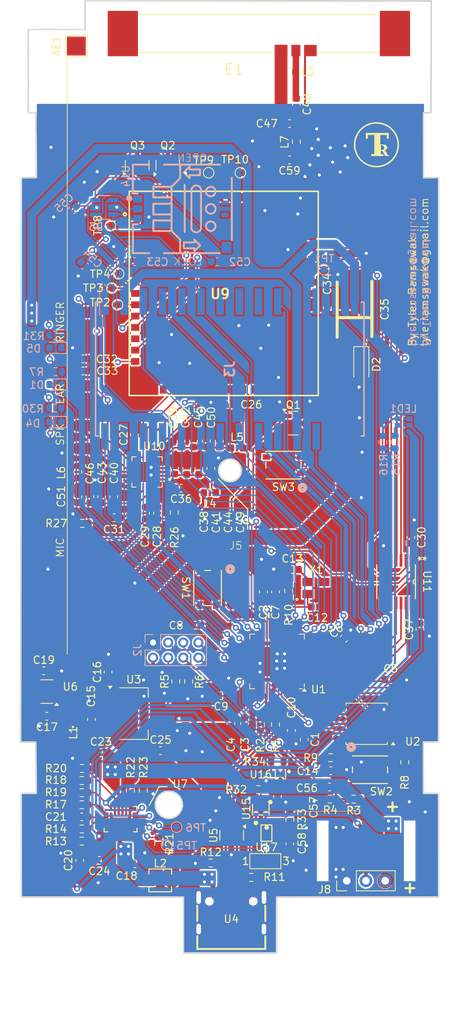
<source format=kicad_pcb>
(kicad_pcb (version 20240108) (generator "pcbnew") (generator_version "8.0")
  (layers (0 "F.Cu" signal) (1 "In1.Cu" power) (2 "In2.Cu" signal) (31 "B.Cu" signal) (34 "B.Paste" user) (35 "F.Paste" user) (36 "B.SilkS" user "B.Silkscreen") (37 "F.SilkS" user "F.Silkscreen") (38 "B.Mask" user) (39 "F.Mask" user) (44 "Edge.Cuts" user))
  (net 0 "")
  (net 1 "+3.3V")
  (net 2 "GND")
  (net 3 "VBUS")
  (net 4 "Net-(C13-Pad2)")
  (net 5 "+BATT")
  (net 6 "Net-(U7-VCC)")
  (net 7 "VSYS")
  (net 8 "+1V1")
  (net 9 "Net-(U7-TMR)")
  (net 10 "/XIN")
  (net 11 "+5V")
  (net 12 "/LTE/FLIGHTMODE")
  (net 13 "/SWCLK")
  (net 14 "/SWDIO")
  (net 15 "/LTE/SIM_D+")
  (net 16 "/LTE/SIM_D-")
  (net 17 "/LTE/SIM_USB_VBUS")
  (net 18 "Net-(J6-Pin_2)")
  (net 19 "D+")
  (net 20 "D-")
  (net 21 "Net-(U6-SW)")
  (net 22 "/QSPI_SS")
  (net 23 "/XOUT")
  (net 24 "Net-(U7-BST)")
  (net 25 "Net-(MK1--)")
  (net 26 "/LTE/MICBIAS")
  (net 27 "Net-(MK1-+)")
  (net 28 "Net-(Q2-C)")
  (net 29 "Net-(Q3-C)")
  (net 30 "+1V8")
  (net 31 "Net-(U1-RUN)")
  (net 32 "Net-(C24-Pad1)")
  (net 33 "Net-(U10-MIC+)")
  (net 34 "/QSPI_SD2")
  (net 35 "/D0")
  (net 36 "/D4")
  (net 37 "/WR")
  (net 38 "/D2")
  (net 39 "/KP_SDA")
  (net 40 "LTE_PWR")
  (net 41 "/CE")
  (net 42 "/A3")
  (net 43 "RI")
  (net 44 "DTR")
  (net 45 "/QSPI_SD3")
  (net 46 "/D6")
  (net 47 "/QSPI_SD1")
  (net 48 "/LTE/MOUT")
  (net 49 "RP_RX")
  (net 50 "/LTE/NAU_VDDA")
  (net 51 "/D3")
  (net 52 "/RST")
  (net 53 "/D5")
  (net 54 "/Power/NTC")
  (net 55 "/LTE/NAU_VDDD")
  (net 56 "RP_TX")
  (net 57 "/A4")
  (net 58 "/A2")
  (net 59 "/QSPI_SD0")
  (net 60 "/A1")
  (net 61 "/D1")
  (net 62 "/A0")
  (net 63 "/KP_SCK")
  (net 64 "/D7")
  (net 65 "/QSPI_SCLK")
  (net 68 "Net-(U10-MIC-)")
  (net 69 "Net-(U10-VREF)")
  (net 70 "Net-(U10-MOUT)")
  (net 71 "Net-(D1-K)")
  (net 72 "Net-(D4-K)")
  (net 73 "Net-(D5-K)")
  (net 75 "/LTE/SIM_DATA")
  (net 76 "/LTE/SIM_SCL")
  (net 79 "/LTE/STATUS")
  (net 81 "/LTE/NAU_VDDSPK")
  (net 82 "/LTE/SIM_RST")
  (net 83 "/LTE/PCM_OUT")
  (net 85 "Net-(J3-Pin_12)")
  (net 86 "Net-(LED1-+-Pad2)")
  (net 87 "Net-(U7-*ACOK)")
  (net 88 "/LTE/NETLIGHT")
  (net 89 "Net-(U7-*CHGOK)")
  (net 90 "/LTE/PCM_IN")
  (net 91 "Net-(LED1-+-Pad1)")
  (net 92 "Net-(R8-Pad1)")
  (net 93 "Net-(Q1-C)")
  (net 94 "/LTE/SIM_VDD")
  (net 95 "/LTE/MAIN_ANT")
  (net 96 "Net-(R10-Pad1)")
  (net 97 "/LTE/SIM_SDA")
  (net 98 "/LTE/PCM_SYNC")
  (net 99 "/LTE/PCM_CLK")
  (net 100 "/LTE/SIM_CLK")
  (net 101 "Net-(U4-CC2)")
  (net 102 "Net-(U4-CC1)")
  (net 103 "Net-(U7-VLIM)")
  (net 104 "Net-(U7-ILIM)")
  (net 105 "Net-(U7-ISET)")
  (net 106 "Net-(U7-SYSFB)")
  (net 107 "Net-(J6-Pin_1)")
  (net 108 "/KP_INT")
  (net 109 "/REED_SW")
  (net 110 "Net-(U7-M0)")
  (net 111 "Net-(U7-M1)")
  (net 112 "Net-(U9-DIV_ANT)")
  (net 114 "Net-(U9-DBG_TXD)")
  (net 119 "Net-(U11-A3)")
  (net 121 "Net-(U11-A1)")
  (net 127 "Net-(U11-A4)")
  (net 129 "Net-(U11-A2)")
  (net 136 "Net-(U1-USB_DP)")
  (net 137 "Net-(U1-USB_DM)")
  (net 138 "Net-(U15-A)")
  (net 139 "Net-(JP1-C)")
  (net 140 "/Power/SW_EN_L")
  (net 141 "/Power/SW_EN_H")
  (net 142 "/BATT_GAUGE")
  (net 143 "Net-(U17-~{PR})")
  (net 144 "Net-(U15-Y)")
  (net 146 "SW_SHDN")
  (net 148 "Net-(J1-Pin_2)")
  (net 149 "Net-(D1-A)")
  (net 150 "Net-(J2-Pin_7)")
  (net 151 "Net-(C47-Pad2)")
  (net 152 "Net-(C48-Pad1)")
  (footprint "MICROTAC_BATT_CONTACT:MicroTAC Peripherals" (layer "F.Cu") (at 126.7 86.5 90)
    (property "Reference" "J1" (hide yes))
    (property "Value" "RING")
  )
  (footprint "TestPoint:TestPoint_Pad_D1.0mm" (layer "F.Cu") (at 131.5 78.4)
    (property "Reference" "TP4")
    (property "Value" "TestPoint")
  )
  (footprint "Capacitor_SMD:C_0603_1608Metric" (layer "F.Cu") (at 138.9 104.1 90)
    (property "Reference" "C38")
    (property "Value" "33pF")
  )
  (footprint "Capacitor_SMD:C_0603_1608Metric" (layer "F.Cu") (at 148.149999 137.874999 -90)
    (property "Reference" "C3")
    (property "Value" "1uF")
  )
  (footprint "Capacitor_SMD:C_0603_1608Metric" (layer "F.Cu") (at 129.15 141.7)
    (property "Reference" "C23")
    (property "Value" "22uF")
  )
  (footprint "Resistor_SMD:R_0603_1608Metric" (layer "F.Cu") (at 150.249999 137.974999 90)
    (property "Reference" "R2")
    (property "Value" "27.4R")
  )
  (footprint "ANT-LTE-CER-T:XDCR_ANT-LTE-CER-T" (layer "F.Cu") (at 150.05 46.65)
    (property "Reference" "E1")
    (property "Value" "ANT-LTE-CER-T")
  )
  (footprint "Capacitor_SMD:C_0603_1608Metric" (layer "F.Cu") (at 150.649999 120.45 90)
    (property "Reference" "C2")
    (property "Value" "100nF")
  )
  (footprint "TestPoint:TestPoint_Pad_D1.0mm" (layer "F.Cu") (at 130.4 72.05)
    (property "Reference" "TP8")
    (property "Value" "TestPoint")
  )
  (footprint "Package_SO:SOIC-8_5.23x5.23mm_P1.27mm" (layer "F.Cu") (at 164.3 137.895 180)
    (property "Reference" "U2")
    (property "Value" "W25Q128JVS")
  )
  (footprint "Capacitor_SMD:C_0603_1608Metric" (layer "F.Cu") (at 140.5 104.15 90)
    (property "Reference" "C41")
    (property "Value" "10pF")
  )
  (footprint "Resistor_SMD:R_0603_1608Metric" (layer "F.Cu") (at 152.25 137.975 90)
    (property "Reference" "R1")
    (property "Value" "27.4R")
  )
  (footprint "TXS0104EPWR:PW14" (layer "F.Cu") (at 168.2 119.1111 -90)
    (property "Reference" "U11")
    (property "Value" "TXS0104EPWR")
  )
  (footprint "TestPoint:TestPoint_Pad_2.5x2.5mm" (layer "F.Cu") (at 125.9 48.3)
    (property "Reference" "AE1")
    (property "Value" "Antenna")
  )
  (footprint "Resistor_SMD:R_0603_1608Metric" (layer "F.Cu") (at 169.349999 142.974999 90)
    (property "Reference" "R8")
    (property "Value" "1k")
  )
  (footprint "Resistor_SMD:R_0603_1608Metric" (layer "F.Cu") (at 126.625 148.6 180)
    (property "Reference" "R17")
    (property "Value" "30.9k")
  )
  (footprint "QFN50P400X400X80-21N:QFN50P400X400X80-21N" (layer "F.Cu") (at 135.25 104.6 180)
    (property "Reference" "U10")
    (property "Value" "NAU8810YG")
  )
  (footprint "Capacitor_SMD:C_0603_1608Metric" (layer "F.Cu") (at 142.1 104.15 90)
    (property "Reference" "C44")
    (property "Value" "100pF")
  )
  (footprint "easyeda2kicad:SOT-353_L2.1-W1.3-P0.65-LS2.3-BR" (layer "F.Cu") (at 150.3 149.25 90)
    (property "Reference" "U15")
    (property "Value" "74LVC1G17GW,125_C426705")
  )
  (footprint "Capacitor_SMD:C_0603_1608Metric" (layer "F.Cu") (at 170.15 113.25 -90)
    (property "Reference" "C30")
    (property "Value" "100pF")
  )
  (footprint "Resistor_SMD:R_0603_1608Metric" (layer "F.Cu") (at 126.625 151.8)
    (property "Reference" "R14")
    (property "Value" "10k")
  )
  (footprint "Capacitor_SMD:C_0603_1608Metric" (layer "F.Cu") (at 159.3875 146.25 180)
    (property "Reference" "C56")
    (property "Value" "100nF")
  )
  (footprint "Capacitor_SMD:C_0603_1608Metric" (layer "F.Cu") (at 154.5 117.5)
    (property "Reference" "C13")
    (property "Value" "15pF")
  )
  (footprint "Resistor_SMD:R_0603_1608Metric" (layer "F.Cu") (at 162.5875 147.85 180)
    (property "Reference" "R3")
    (property "Value" "1M")
  )
  (footprint "Capacitor_SMD:C_0603_1608Metric" (layer "F.Cu") (at 145.049999 134.174999 180)
    (property "Reference" "C9")
    (property "Value" "100nF")
  )
  (footprint "Capacitor_SMD:C_0603_1608Metric" (layer "F.Cu") (at 139.75 100.5375 90)
    (property "Reference" "C39")
    (property "Value" "33pF")
  )
  (footprint "TestPoint:TestPoint_Pad_D1.0mm" (layer "F.Cu") (at 130.6 80.3)
    (property "Reference" "TP3")
    (property "Value" "TestPoint")
  )
  (footprint "Package_TO_SOT_SMD:SOT-23" (layer "F.Cu") (at 133.95 64.0625 90)
    (property "Reference" "Q3")
    (property "Value" "MMUN2233LT1G")
  )
  (footprint "Resistor_SMD:R_0603_1608Metric" (layer "F.Cu") (at 154.15 150.55 -90)
    (property "Reference" "R33")
    (property "Value" "100k")
  )
  (footprint "Capacitor_SMD:C_0603_1608Metric" (layer "F.Cu") (at 139.7625 106.75 180)
    (property "Reference" "C36")
    (property "Value" "4.7uF")
  )
  (footprint "Resistor_SMD:R_0603_1608Metric" (layer "F.Cu") (at 126.625 153.4 180)
    (property "Reference" "R13")
    (property "Value" "21k")
  )
  (footprint "Package_TO_SOT_SMD:SOT-23" (layer "F.Cu") (at 138 64.0875 90)
    (property "Reference" "Q2")
    (property "Value" "MMUN2233LT1G")
  )
  (footprint "Capacitor_SMD:C_0603_1608Metric" (layer "F.Cu") (at 130.1 131.05 90)
    (property "Reference" "C16")
    (property "Value" "1uF")
  )
  (footprint "Resistor_SMD:R_0603_1608Metric" (layer "F.Cu") (at 149.05 158.2 180)
    (property "Reference" "R11")
    (property "Value" "5.1k")
  )
  (footprint "Capacitor_SMD:C_0603_1608Metric" (layer "F.Cu") (at 137.05 141.45)
    (property "Reference" "C25")
    (property "Value" "22uF")
  )
  (footprint "easyeda2kicad:CASE-D_7343" (layer "F.Cu") (at 162.7 83.1 -90)
    (property "Reference" "C35")
    (property "Value" "220uF")
  )
  (footprint "TestPoint:TestPoint_Pad_D1.0mm" (layer "F.Cu") (at 143.4 65.05)
    (property "Reference" "TP9")
    (property "Value" "TestPoint")
  )
  (footprint "Package_TO_SOT_SMD:SOT-223" (layer "F.Cu") (at 133.5 136.55)
    (property "Reference" "U3")
    (property "Value" "TLV1117LV33DCYR")
  )
  (footprint "Capacitor_SMD:C_0603_1608Metric" (layer "F.Cu") (at 154.15 153.7625 90)
    (property "Reference" "C58")
    (property "Value" "100nF")
  )
  (footprint "Capacitor_SMD:C_0603_1608Metric" (layer "F.Cu") (at 133.6 99.7 90)
    (property "Reference" "C27")
    (property "Value" "100pF")
  )
  (footprint "Resistor_SMD:R_0603_1608Metric" (layer "F.Cu") (at 154 120.325 -90)
    (property "Reference" "R10")
    (property "Value" "1k")
  )
  (footprint "Capacitor_SMD:C_0603_1608Metric" (layer "F.Cu") (at 143.7 104.15 90)
    (property "Reference" "C49")
    (property "Value" "10uF")
  )
  (footprint "Capacitor_SMD:C_0603_1608Metric" (layer "F.Cu") (at 130.85 107.9 90)
    (property "Reference" "C40")
    (property "Value" "33pF")
  )
  (footprint "Capacitor_SMD:C_0603_1608Metric" (layer "F.Cu") (at 156.049999 139.974999 -90)
    (property "Reference" "C1")
    (property "Value" "100nF")
  )
  (footprint "Capacitor_SMD:C_0603_1608Metric" (layer "F.Cu") (at 145.95 95.7)
    (property "Reference" "C26")
    (property "Value" "2.2uF")
  )
  (footprint "Capacitor_SMD:C_0603_1608Metric" (layer "F.Cu") (at 159.55 144.1)
    (property "Reference" "C14")
    (property "Value" "100nF")
  )
  (footprint "Capacitor_SMD:C_0603_1608Metric" (layer "F.Cu") (at 155 56 -90)
    (property "Reference" "C48")
    (property "Value" "3pF")
  )
  (footprint "Capacitor_SMD:C_0603_1608Metric" (layer "F.Cu") (at 141.6 124.85 180)
    (property "Reference" "C8")
    (property "Value" "100nF")
  )
  (footprint "ABM8-272-T3_ABR:ABM8-272-T3_ABR" (layer "F.Cu") (at 157.6 119.95 90)
    (property "Reference" "X1")
    (property "Value" "ABM8-272-T3")
  )
  (footprint "Capacitor_SMD:C_0603_1608Metric" (layer "F.Cu") (at 128.95 155.95 180)
    (property "Reference" "C24")
    (property "Value" "100nF")
  )
  (footprint "Resistor_SMD:R_0603_1608Metric" (layer "F.Cu") (at 126.625 147 180)
    (property "Reference" "R19")
    (property "Value" "10k")
  )
  (footprint "Capacitor_SMD:C_0603_1608Metric" (layer "F.Cu") (at 127.9 137.3 90)
    (property "Reference" "C15")
    (property "Value" "1uF")
  )
  (footprint "Capacitor_SMD:C_0603_1608Metric" (layer "F.Cu") (at 136.65 110.05 90)
    (property "Reference" "C28")
    (property "Value" "1uF")
  )
  (footprint "SW4_PTS815_SJM_250_SMTR_LFS_CNK:SW4_PTS815_SJM_250_SMTR_LFS_CNK" (layer "F.Cu") (at 153.3 103.7 180)
    (property "Reference" "SW3")
    (property "Value" "SW_Push")
  )
  (footprint "SW4_PTS815_SJM_250_SMTR_LFS_CNK:SW4_PTS815_SJM_250_SMTR_LFS_CNK" (layer "F.Cu") (at 164.749999 143.974999)
    (property "Reference" "SW2")
    (property "Value" "SW_Push")
  )
  (footprint "Diode_SMD:D_SOD-123" (layer "F.Cu") (at 163.6 90.4 -90)
    (property "Reference" "D2")
    (property "Value" "MMSZ5231BT1G")
  )
  (footprint "Resistor_SMD:R_0603_1608Metric" (layer "F.Cu") (at 143.675 156.3)
    (property "Reference" "R12")
    (property "Value" "5.1k")
  )
  (footprint "Package_DFN_QFN:QFN-56-1EP_7x7mm_P0.4mm_EP3.2x3.2mm" (layer "F.Cu") (at 152.45 129.65 180)
    (property "Reference" "U1")
    (property "Value" "RP2040")
  )
  (footprint "Capacitor_SMD:C_0603_1608Metric" (layer "F.Cu") (at 126.625 150.2 180)
    (property "Reference" "C21")
    (property "Value" "100nF")
  )
  (footprint "DFE201612E-2R2M=P2:IND_DFE2016_MUR" (layer "F.Cu") (at 125.45 136.0198 90)
    (property "Reference" "L1")
    (property "Value" "2.2uH")
  )
  (footprint "Resistor_SMD:R_0603_1608Metric" (layer "F.Cu") (at 140.75 132.3 -90)
    (property "Reference" "R6")
    (property "Value" "4.7k")
  )
  (footprint "Inductor_SMD:L_0603_1608Metric" (layer "F.Cu") (at 154.1 51.7)
    (property "Reference" "L3")
    (property "Value" "6.8nH")
  )
  (footprint "easyeda2kicad:IND-SMD_L3.0-W3.0-LS3.65" (layer "F.Cu") (at 137 158.6)
    (property "Reference" "L2")
    (property "Value" "1.0uH")
  )
  (footprint "easyeda2kicad:USB-C-SMD_G-SWITCH_GT-USB-7010ASV" (layer "F.Cu") (at 146.4 162.6325)
    (property "Reference" "U4")
    (property "Value" "GT-USB-7010ASV")
  )
  (footprint "Capacitor_SMD:C_0603_1608Metric" (layer "F.Cu") (at 122 136.9 180)
    (property "Reference" "C17")
    (property "Value" "4.7uF")
  )
  (footprint "MICROTAC_BATT_CONTACT:MicroTAC Peripherals" (layer "F.Cu") (at 126.7 113.4 -90)
    (property "Reference" "MK1" (hide yes))
    (property "Value" "Microphone")
  )
  (footprint "MICROTAC_BATT_CONTACT:MicroTAC Debug" (layer "F.Cu") (at 147.05 119 -90)
    (property "Reference" "J5")
    (property "Value" "Conn_01x03")
  )
  (footprint "Resistor_SMD:R_0603_1608Metric" (layer "F.Cu") (at 134.75 146.7 -90)
    (property "Reference" "R23")
    (property "Value" "4.7k")
  )
  (footprint "Capacitor_SMD:C_0603_1608Metric" (layer "F.Cu") (at 152.249999 120.45 90)
    (property "Reference" "C7")
    (property "Value" "100nF")
  )
  (footprint "easyeda2kicad:SOT-723_L1.2-W0.8-P0.80-LS1.2-BR" (layer "F.Cu") (at 152.9 144.7 90)
    (property "Reference" "U16")
    (property "Value" "SSM3J35AMFV,L3F")
  )
  (footprint "Resistor_SMD:R_0603_1608Metric" (layer "F.Cu") (at 126.625 145.4 180)
    (property "Reference" "R18")
    (property "Value" "10k")
  )
  (footprint "Resistor_SMD:R_0603_1608Metric" (layer "F.Cu") (at 155 60.95 90)
    (property "Reference" "L7")
    (property "Value" "0R")
  )
  (footprint "Resistor_SMD:R_0603_1608Metric" (layer "F.Cu") (at 133.05 146.7 90)
    (property "Reference" "R22")
    (property "Value" "12.4k")
  )
  (footprint "Capacitor_SMD:C_0603_1608Metric" (layer "F.Cu") (at 154.349999 138.774999 -90)
    (property "Reference" "C10")
    (property "Value" "100nF")
  )
  (footprint "Capacitor_SMD:C_0603_1608Metric" (layer "F.Cu") (at 129.25 107.9 90)
    (property "Reference" "C43")
    (property "Value" "10pF")
  )
  (footprint "Capacitor_SMD:C_0603_1608Metric" (layer "F.Cu") (at 135.05 110.05 90)
    (property "Reference" "C29")
    (property "Value" "1uF")
  )
  (footprint "Capacitor_SMD:C_0603_1608Metric" (layer "F.Cu") (at 152.5 147.5 90)
    (property "Reference" "C57")
    (property "Value" "2.2uF")
  )
  (footprint "SW4_PTS815_SJM_250_SMTR_LFS_CNK:SW4_PTS815_SJM_250_SMTR_LFS_CNK" (layer "F.Cu") (at 143.2585 119.95 -90)
    (property "Reference" "SW1")
    (property "Value" "SW_Push")
  )
  (footprint "Inductor_SMD:L_0603_1608Metric" (layer "F.Cu") (at 147.15 101.4375)
    (property "Reference" "L5")
    (property "Value" "47nH")
  )
  (footprint "Jumper:SolderJumper-3_P1.3mm_Bridged12_Pad1.0x1.5mm_NumberLabels" (layer "F.Cu") (at 150.9 156.05)
    (property "Reference" "JP1" (hide yes))
    (property "Value" "SolderJumper_3_Open")
  )
  (footprint "Package_TO_SOT_SMD:SOT-23-5" (layer "F.Cu") (at 122 133.6375 180)
    (property "Reference" "U6")
    (property "Value" "TPS613222ADBV")
  )
  (footprint "Capacitor_SMD:C_0603_1608Metric" (layer "F.Cu") (at 157.75 122.45 180)
    (property "Reference" "C12")
    (property "Value" "15pF")
  )
  (footprint "TestPoint:TestPoint_Pad_D1.0mm" (layer "F.Cu") (at 147.6 65.05)
    (property "Reference" "TP10")
    (property "Value" "TestPoint")
  )
  (footprint "Capacitor_SMD:C_0603_1608Metric" (layer "F.Cu") (at 126.75 89.65)
    (property "Reference" "C32")
    (property "Value" "4.7uF")
  )
  (footprint "MICROTAC_BATT_CONTACT:MicroTAC Peripherals" (layer "F.Cu") (at 126.75 96.2 90)
    (property "Reference" "J7" (hide yes))
    (property "Value" "EAR")
  )
  (footprint "Package_TO_SOT_SMD:SOT-23" (layer "F.Cu") (at 154.6 98.15)
    (property "Reference" "Q1")
    (property "Value" "MMUN2233LT1G")
  )
  (footprint "Capacitor_SMD:C_0603_1608Metric" (layer "F.Cu") (at 126.35 155.95 -90)
    (property "Reference" "C20")
    (property "Value" "1uF")
  )
  (footprint "Resistor_SMD:R_0603_1608Metric" (layer "F.Cu") (at 126.65 143.8 180)
    (property "Reference" "R20")
    (property "Value" "2k")
  )
  (footprint "Resistor_SMD:R_0603_1608Metric" (layer "F.Cu") (at 152.5 142.9)
    (property "Reference" "R34")
    (property "Value" "10k")
  )
  (footprint "Capacitor_SMD:C_0603_1608Metric" (layer "F.Cu") (at 127.7 107.9 90)
    (property "Reference" "C46")
    (property "Value" "100pF")
  )
  (footprint "Capacitor_SMD:C_0603_1608Metric" (layer "F.Cu") (at 171.35 125.4 90)
    (property "Reference" "C37")
    (property "Value" "100pF")
  )
  (footprint "QFN-3x4_MP2617B_MNP:QFN-3x4_MP2617B_MNP" (layer "F.Cu") (at 131.75 150.5 90)
    (property "Reference" "U7")
    (property "Value" "MP2617BGL")
  )
  (footprint "Capacitor_SMD:C_0603_1608Metric" (layer "F.Cu") (at 130.9 110.65)
    (property "Reference" "C31")
    (property "Value" "4.7uF")
  )
  (footprint "Capacitor_SMD:C_0603_1608Metric" (layer "F.Cu") (at 146.35 137.8625 -90)
    (property "Reference" "C4")
    (property "Value" "1uF")
  )
  (footprint "Capacitor_SMD:C_0603_1608Metric" (layer "F.Cu") (at 159.1 82.9 90)
    (property "Reference" "C34")
    (property "Value" "33pF")
  )
  (footprint "Capacitor_SMD:C_0603_1608Metric" (layer "F.Cu") (at 121.6 130.8935)
    (property "Reference" "C19")
    (property "Value" "22uF")
  )
  (footprint "SIM7500A:SIM7500A" (layer "F.Cu") (at 145.4 81)
    (property "Reference" "U9")
    (property "Value" "SIM7500A" (hide yes))
  )
  (footprint "Capacitor_SMD:C_0603_1608Metric" (layer "F.Cu") (at 144.8 100.5375 90)
    (property "Reference" "C50")
    (property "Value" "10uF")
  )
  (footprint "easyeda2kicad:US-8_L2.4-W2.1-P0.50-LS3.2-BL" (layer "F.Cu") (at 151.05 152.35 -90)
    (property "Reference" "U17")
    (property "Value" "TC7WZ74FK,LJCT")
  )
  (footprint "TestPoint:TestPoint_Pad_D1.0mm" (layer "F.Cu") (at 131.35 82.5)
    (property "Reference" "TP2")
    (property "Value" "TestPoint")
  )
  (footprint "Capacitor_SMD:C_0603_1608Metric" (layer "F.Cu") (at 141.4 100.5375 90)
    (property "Reference" "C42")
    (property "Value" "10pF")
  )
  (footprint "Resistor_SMD:R_0603_1608Metric_Pad0.98x0.95mm_HandSolder" (layer "F.Cu") (at 159.537499 142.374999)
    (property "Reference" "R9")
    (property "Value" "10k")
  )
  (footprint "Capacitor_SMD:C_0603_1608Metric" (layer "F.Cu") (at 143.1 100.525 90)
    (property "Reference" "C45")
    (property "Value" "100pF")
  )
  (footprint "Inductor_SMD:L_0603_1608Metric" (layer "F.Cu") (at 126.1 104.6 90)
    (property "Reference" "L6")
    (property "Value" "47nH")
  )
  (footprint "Connector_PinHeader_2.54mm:PinHeader_1x03_P2.54mm_Vertical" (layer "F.Cu") (at 161.67 158.65 90)
    (property "Reference" "J8")
    (property "Value" "Conn_01x03")
  )
  (footprint "Capacitor_SMD:C_0603_1608Metric" (layer "F.Cu") (at 161.3 126.65 45)
    (property "Reference" "C6")
    (property "Value" "100nF")
  )
  (footprint "MICROTAC_BATT_CONTACT:MicroTAC Batt Contact" (layer "F.Cu") (at 164.25 154.7)
    (property "Reference" "J4" (hide yes))
    (property "Value" "PACK")
    (fp_rect (start -6.5 -4) (end -5 4) (stroke (width 0.05)) (fill none) (layer "Edge.Cuts"))
    (fp_rect (start 5 -4) (end 6.5 4) (stroke (width 0.05)) (fill none) (layer "Edge.Cuts"))
  )
  (footprint "Capacitor_SMD:C_0603_1608Metric" (layer "F.Cu") (at 154.1 63.35 180)
    (property "Reference" "C59")
    (property "Value" "0R")
  )
  (footprint "Resistor_SMD:R_0603_1608Metric" (layer "F.Cu") (at 159.4375 147.85 180)
    (property "Reference" "R4")
    (property "Value" "1M")
  )
  (footprint "Capacitor_SMD:C_0603_1608Metric" (layer "F.Cu") (at 154.1 58.55)
    (property "Reference" "C47")
    (property "Value" "0R")
  )
  (footprint "Resistor_SMD:R_0603_1608Metric" (layer "F.Cu") (at 138.85 109.95 90)
    (property "Reference" "R26")
    (property "Value" "1.3k")
  )
  (footprint "Package_TO_SOT_SMD:SOT-23" (layer "F.Cu") (at 146.45 152.6375 -90)
    (property "Reference" "U5")
    (property "Value" "TPD2E009")
  )
  (footprint "Inductor_SMD:L_0603_1608Metric" (layer "F.Cu") (at 143.55 107.35 180)
    (property "Reference" "L4")
    (property "Value" "47nH")
  )
  (footprint "Resistor_SMD:R_0603_1608Metric" (layer "F.Cu") (at 126.7 111.4)
    (property "Reference" "R27")
    (property "Value" "1.3k")
  )
  (footprint "Resistor_SMD:R_0603_1608Metric" (layer "F.Cu") (at 150 146.6)
    (property "Reference" "R32")
    (property "Value" "10k")
  )
  (footprint "MICROTAC_BATT_CONTACT:MicroTAC Peripherals" (layer "F.Cu") (at 126.8 101.5 90)
    (property "Reference" "J6" (hide yes))
    (property "Value" "SPK")
  )
  (footprint "Capacitor_SMD:C_0603_1608Metric" (layer "F.Cu") (at 167.4875 132.05)
    (property "Reference" "C5")
    (property "Value" "100nF")
  )
  (footprint "Resistor_SMD:R_0603_1608Metric" (layer "F.Cu") (at 139.05 132.3 -90)
    (property "Reference" "R5")
    (property "Value" "4.7k")
  )
  (footprint "Capacitor_SMD:C_0603_1608Metric" (layer "F.Cu") (at 126.75 91.25)
    (property "Reference" "C33")
    (property "Value" "1uF")
  )
  (footprint "Resistor_SMD:R_0603_1608Metric" (layer "F.Cu") (at 136.8 153.75 -90)
    (property "Reference" "R21")
    (property "Value" "10k")
  )
  (footprint "Capacitor_SMD:C_0603_1608Metric" (layer "F.Cu") (at 133.65 156.4)
    (property "Reference" "C18")
    (property "Value" "10uF")
  )
  (footprint "Capacitor_SMD:C_0603_1608Metric" (layer "F.Cu") (at 126.1 107.9 90)
    (property "Reference" "C51")
    (property "Value" "10uF")
  )
  (footprint "Capacitor_SMD:C_0603_1608Metric" (layer "B.Cu") (at 144.5 76.8 180)
    (property "Reference" "C52")
    (property "Value" "33pF")
  )
  (footprint "Resistor_SMD:R_0603_1608Metric" (layer "B.Cu") (at 123.15 86.55 180)
    (property "Reference" "R31")
    (property "Value" "66.5R")
  )
  (footprint "LED_SMD:LED_0603_1608Metric" (layer "B.Cu") (at 123.15 93.05 180)
    (property "Reference" "D1")
    (property "Value" "LED")
  )
  (footprint "Capacitor_SMD:C_0603_1608Metric" (layer "B.Cu") (at 127.05 77.4 135)
    (property "Reference" "C54")
    (property "Value" "33pF")
  )
  (footprint "LED_SMD:LED_0603_1608Metric" (layer "B.Cu") (at 123.15 88.2 180)
    (property "Reference" "D5")
    (property "Value" "LED")
  )
  (footprint "Capacitor_SMD:C_0603_1608Metric" (layer "B.Cu") (at 125.3 70.05 -135)
    (property "Reference" "C55")
    (property "Value" "33pF")
  )
  (footprint "TestPoint:TestPoint_Pad_D1.0mm" (layer "B.Cu") (at 139.15 151.55)
    (property "Reference" "TP6")
    (property "Value" "TestPoint")
  )
  (footprint "Capacitor_SMD:C_0603_1608Metric" (layer "B.Cu") (at 133.6 76.8 180)
    (property "Reference" "C53")
    (property "Value" "33pF")
  )
  (footprint "TestPoint:TestPoint_Pad_D1.0mm" (layer "B.Cu") (at 137.85 153.95)
    (property "Reference" "TP5")
    (property "Value" "TestPoint")
  )
  (footprint "Resistor_SMD:R_0603_1608Metric" (layer "B.Cu") (at 168.05 100.65 90)
    (property "Reference" "R15")
    (property "Value" "127R")
  )
  (footprint "Connector_PinHeader_2.00mm:PinHeader_2x04_P2.00mm_Vertical" (layer "B.Cu") (at 136.05 127.15 -90)
    (property "Reference" "J2")
    (property "Value" "Conn_02x04_Odd_Even")
  )
  (footprint "Resistor_SMD:R_0603_1608Metric" (layer "B.Cu") (at 123.1 96.15 180)
    (property "Reference" "R30")
    (property "Value" "66.5R")
  )
  (footprint "easyeda2kicad:LED-ARRAY-SMD_0603-4P-L1.6-W1.5-BR-RD" (layer "B.Cu") (at 169.2 98 180)
    (property "Reference" "LED1")
    (property "Value" "LTST-C195KGJRKT")
  )
  (footprint "DT1042-04SO-7:SOT95P285X140-6N" (layer "B.Cu") (at 129.5975 69.625)
    (property "Reference" "D3")
    (property "Value" "DT1042-04SO-7")
  )
  (footprint "TestPoint:TestPoint_Pad_D1.0mm" (layer "B.Cu") (at 158.65 77.85 180)
    (property "Reference" "TP1")
    (property "Value" "TestPoint")
  )
  (footprint "Resistor_SMD:R_0603_1608Metric" (layer "B.Cu") (at 123.15 91.35 180)
    (property "Reference" "R7")
    (property "Value" "66.5R")
  )
  (footprint "easyeda2kicad:TF-CARD_XUNPU_SMN-309-ARP6" (layer "B.Cu") (at 139.895 69.825 -90)
    (property "Reference" "U14")
    (property "Value" "SMN-309-ARP6")
  )
  (footprint "LED_SMD:LED_0603_1608Metric" (layer "B.Cu") (at 123.1375 98 180)
    (property "Reference" "D4")
    (property "Value" "LED")
  )
  (footprint "Resistor_SMD:R_0603_1608Metric" (layer "B.Cu") (at 166.45 100.675 -90)
    (property "Reference" "R16")
    (property "Value" "127R")
  )
  (footprint "1108762841105101:1108762841105101" (layer "B.Cu") (at 146.2 91 -90)
    (property "Reference" "J3")
    (property "Value" "Conn_02x14_Counter_Clockwise" (hide yes))
  )
  (gr_poly (pts (xy 148.6 159.75) (xy 148.6 161) (xy 147.95 161.65) (xy 144.75 161.65) (xy 144.2 161) (xy 144.2 158.25) (xy 142.85 158.75) (xy 143.8 159.4) (xy 143.8 160.7) (xy 144.15 161.15) (xy 144.15 162) (xy 144.35 162.3) (xy 148.35 162.3) (xy 148.65 162) (xy 148.65 161.15) (xy 149 160.65) (xy 149 159.75)) (stroke (width 0.2)) (fill solid) (layer "F.Cu") (net 3))
  (gr_poly (pts (xy 152.2 48.2) (xy 152.2 56.45) (xy 153.75 56.45) (xy 153.75 48.2)) (stroke (width 0.15)) (fill solid) (layer "F.Cu") (net 2))
  (gr_poly (pts (xy 156.75 83.75) (xy 158.4 83.75) (xy 158.75 83.4) (xy 162.55 83.4) (xy 164.05 84.9) (xy 164.05 89.1) (xy 162.2 90.25) (xy 160.5 87.35) (xy 158.9 85.85) (xy 156.75 85.85)) (stroke (width 0.2)) (fill solid) (layer "F.Cu") (net 7))
  (gr_poly (pts (xy 166.8 150.35) (xy 166.8 152.15) (xy 168.6 152.15) (xy 168.6 150.35)) (stroke (width 0.2)) (fill solid) (layer "F.Cu") (net 5))
  (gr_poly (pts (xy 131.55 150) (xy 131.55 143.1) (xy 129.55 143.1) (xy 129.55 145.3) (xy 131.45 147.3) (xy 131.45 150)) (stroke (width 0.2)) (fill solid) (layer "F.Cu") (net 5))
  (gr_poly (pts (xy 136.4 141.1) (xy 134.75 141.1) (xy 134.75 141.85) (xy 136.45 141.85) (xy 136.45 141.15)) (stroke (width 0.2)) (fill solid) (layer "F.Cu") (net 7))
  (gr_poly (pts (xy 159.85 157.25) (xy 161.65 158.6) (xy 161.65 151.25) (xy 159.85 151.25)) (stroke (width 0.2)) (fill solid) (layer "F.Cu") (net 2))
  (gr_poly (pts (xy 131.95 150.95) (xy 131.95 153) (xy 132.3 153.35) (xy 133.3 153.35) (xy 133.65 153.65) (xy 133.65 156.95) (xy 133.35 157.2) (xy 131.85 157.2) (xy 131.05 156.4) (xy 131.05 150.95) (xy 130.95 150.95) (xy 130.95 153.15) (xy 129.45 154.7) (xy 129.45 157.159937) (xy 131.390513 159.25) (xy 136.15 159.25) (xy 136.15 157.95) (xy 134.75 157.95) (xy 133.65 156.95) (xy 133.65 156.1) (xy 133.75 155.75) (xy 133.75 153.5) (xy 133.4 153.25) (xy 132.45 153.25) (xy 132.05 152.85) (xy 132.05 150.95)) (stroke (width 0.2)) (fill solid) (layer "F.Cu") (net 32))
  (gr_poly (pts (xy 131.95 150) (xy 131.95 135.9) (xy 133.95 135.9) (xy 133.95 143.1) (xy 133.95 145.3) (xy 132.05 147.25) (xy 132.05 150)) (stroke (width 0.2)) (fill solid) (layer "F.Cu") (net 7))
  (gr_poly (pts (xy 148.649999 132.274999) (xy 150.249999 132.274999) (xy 150.249999 133.474999) (xy 146.749999 136.974999) (xy 146.749999 137.474999) (xy 145.449999 137.474999) (xy 145.449999 134.574999) (xy 145.449999 133.774999) (xy 147.149999 133.774999)) (stroke (width 0.2)) (fill solid) (layer "F.Cu") (net 1))
  (gr_poly (pts (xy 132.25 142) (xy 130.75 140.6) (xy 129.55 139.55) (xy 124.55 139.55) (xy 124.25 139.3) (xy 124.25 138.25) (xy 132.25 138.25)) (stroke (width 0.2)) (fill solid) (layer "F.Cu") (net 7))
  (gr_poly (pts (xy 126.15 136.45) (xy 122.5 136.45) (xy 122.5 137.3) (xy 126 137.3)) (stroke (width 0.2)) (fill solid) (layer "F.Cu") (net 7))
  (gr_poly (pts (xy 136.85 135.7) (xy 145.274998 135.7) (xy 147.149999 133.824999) (xy 147.149999 136.574999) (xy 146.749999 136.974999) (xy 146.749999 137.474999) (xy 136.85 137.474999)) (stroke (width 0.2)) (fill solid) (layer "F.Cu") (net 1))
  (gr_poly (pts (xy 142.45 157.4) (xy 142.45 159.2) (xy 144.25 159.2) (xy 144.25 157.4)) (stroke (width 0.2)) (fill solid) (layer "F.Cu") (net 3))
  (gr_poly (pts (xy 137 143.05) (xy 133.55 139.6) (xy 133.55 143.25) (xy 133.75 143.45) (xy 136.6 143.45)) (stroke (width 0.2)) (fill solid) (layer "F.Cu") (net 7))
  (gr_poly (pts (xy 131.45 153.75) (xy 131.45 155.5) (xy 133.15 155.5) (xy 133.15 153.75)) (stroke (width 0.2)) (fill solid) (layer "F.Cu") (net 3))
  (gr_poly (pts (xy 138 159.25) (xy 138 157.95) (xy 139 157.95) (xy 139 159) (xy 139 159.25)) (stroke (width 0.2)) (fill solid) (layer "F.Cu") (net 7))
  (gr_poly (pts (xy 131.45 150.9) (xy 131.55 150.9) (xy 131.55 153.2) (xy 132.1 153.75) (xy 133.05 153.75) (xy 133.05 154.55) (xy 132.9 154.7) (xy 131.45 154.7) (xy 131.45 153.75)) (stroke (width 0.2)) (fill solid) (layer "F.Cu") (net 3))
  (gr_poly (pts (xy 126 155.5) (xy 126.85 155.55) (xy 129.7 152.7) (xy 129.7 151.75) (xy 130.05 151.3) (xy 130.1 151.3) (xy 130.1 151.2) (xy 129.55 151.2) (xy 129.55 151.35) (xy 128.65 152.3) (xy 128.65 153.4) (xy 127.85 154.2) (xy 126.55 154.2) (xy 125.95 154.75) (xy 125.95 155.5)) (stroke (width 0.2)) (fill solid) (layer "F.Cu") (net 6))
  (gr_poly (pts (xy 124.25 138.55) (xy 124.25 137.15) (xy 126.3 137.15) (xy 126.3 138.55)) (stroke (width 0.2)) (fill solid) (layer "F.Cu") (net 7))
  (gr_poly (pts (xy 151.849999 133.574999) (xy 151.849999 132.274999) (xy 152.249999 132.274999) (xy 152.249999 133.574999)) (stroke (width 0.2)) (fill solid) (layer "F.Cu") (net 1))
  (gr_poly (pts (xy 129.55 143.45) (xy 129.55 141.3) (xy 130.35 141.3) (xy 131.55 142.5) (xy 131.55 143.05) (xy 131.15 143.45)) (stroke (width 0.2)) (fill solid) (layer "F.Cu") (net 5))
  (gr_poly (pts (xy 131.45 155.4) (xy 131.45 156.1) (xy 132.05 156.75) (xy 133.15 156.75) (xy 133.15 155.4)) (stroke (width 0.2)) (fill solid) (layer "F.Cu") (net 3))
  (gr_poly (pts (xy 156.1 48.25) (xy 156.1 56.5) (xy 156.2 56.5) (xy 156.2 48.25)) (stroke (width 0.15)) (fill solid) (layer "F.Cu") (net 2))
  (gr_rect (start 122.6 134.35) (end 126.2 135.6) (stroke (width 0.2)) (fill solid) (layer "F.Cu") (net 21))
  (gr_rect (start 131.4 153.7) (end 133.2 155.5) (stroke (width 0.2)) (fill solid) (layer "B.Cu") (net 3))
  (gr_rect (start 166.8 150.35) (end 168.6 152.15) (stroke (width 0.2)) (fill solid) (layer "B.Cu") (net 5))
  (gr_rect (start 142.45 157.4) (end 144.25 159.2) (stroke (width 0.2)) (fill solid) (layer "B.Cu") (net 3))
  (gr_rect (start 129.65 143.2) (end 131.45 145) (stroke (width 0.2)) (fill solid) (layer "B.Cu") (net 5))
  (gr_poly (pts (xy 150.65 78.25) (xy 148.55 76.4) (xy 146.4 78.2) (xy 151.1 78.2)) (stroke (width 0.2)) (fill solid) (layer "B.Cu") (net 11))
  (gr_line (start 136.85 146.2) (end 135.55 148.7) (stroke (width 0.15)) (layer "F.SilkS"))
  (gr_line (start 148.55 109.5) (end 148.55 112.15) (stroke (width 0.15)) (layer "F.SilkS"))
  (gr_line (start 144.65 105.5) (end 148.55 109.5) (stroke (width 0.15)) (layer "F.SilkS"))
  (gr_line (start 137.9 146.2) (end 136.85 146.2) (stroke (width 0.15)) (layer "F.SilkS"))
  (gr_line (start 124.7 128.7) (end 124.7 49.95) (stroke (width 0.1)) (layer "F.SilkS"))
  (gr_circle (center 165.6 61.35) (end 168.484874 61.35) (stroke (width 0.2)) (fill none) (layer "F.SilkS"))
  (gr_circle (center 138.141168 148.598239) (end 139.941168 148.598239) (stroke (width 0.2)) (fill none) (layer "Edge.Cuts"))
  (gr_line (start 118.624724 160.798239) (end 140.083197 160.798239) (stroke (width 0.2)) (layer "Edge.Cuts"))
  (gr_line (start 127.045108 46.113554) (end 119.546364 46.109062) (stroke (width 0.2)) (layer "Edge.Cuts"))
  (gr_line (start 172.04705 42.336618) (end 172.848842 42.337029) (stroke (width 0.2)) (layer "Edge.Cuts"))
  (gr_line (start 120.609011 147.098248) (end 118.609011 147.098248) (stroke (width 0.2)) (layer "Edge.Cuts"))
  (gr_line (start 120.54431 57.09907) (end 120.630238 65.698641) (stroke (width 0.2)) (layer "Edge.Cuts"))
  (gr_line (start 118.541168 140.318571) (end 120.541068 140.298587) (stroke (width 0.2)) (layer "Edge.Cuts"))
  (gr_line (start 140.083197 168.198239) (end 146.233197 168.198239) (stroke (width 0.2)) (layer "Edge.Cuts"))
  (gr_line (start 172.848842 42.337029) (end 172.848842 42.617678) (stroke (width 0.2)) (layer "Edge.Cuts"))
  (gr_line (start 127.047056 42.313555) (end 127.045108 46.113554) (stroke (width 0.2)) (layer "Edge.Cuts"))
  (gr_line (start 120.541068 140.298587) (end 120.609011 147.098248) (stroke (width 0.2)) (layer "Edge.Cuts"))
  (gr_line (start 152.383197 160.798239) (end 173.824724 160.798239) (stroke (width 0.2)) (layer "Edge.Cuts"))
  (gr_line (start 171.829483 65.717579) (end 171.817364 57.117587) (stroke (width 0.2)) (layer "Edge.Cuts"))
  (gr_line (start 146.233197 168.198239) (end 152.383197 168.198239) (stroke (width 0.2)) (layer "Edge.Cuts"))
  (gr_line (start 118.609011 147.098248) (end 118.624724 160.798239) (stroke (width 0.2)) (layer "Edge.Cuts"))
  (gr_line (start 171.809037 147.098249) (end 171.801256 140.298253) (stroke (width 0.2)) (layer "Edge.Cuts"))
  (gr_line (start 119.546364 46.109062) (end 119.54436 57.109062) (stroke (width 0.2)) (layer "Edge.Cuts"))
  (gr_line (start 172.04705 42.336618) (end 127.047056 42.313555) (stroke (width 0.2)) (layer "Edge.Cuts"))
  (gr_line (start 173.824724 160.798239) (end 173.809037 147.098248) (stroke (width 0.2)) (layer "Edge.Cuts"))
  (gr_line (start 171.801256 140.298253) (end 173.801256 140.298252) (stroke (width 0.2)) (layer "Edge.Cuts"))
  (gr_line (start 173.809037 147.098248) (end 171.809037 147.098249) (stroke (width 0.2)) (layer "Edge.Cuts"))
  (gr_line (start 119.54436 57.109062) (end 120.54431 57.09907) (stroke (width 0.2)) (layer "Edge.Cuts"))
  (gr_line (start 172.817364 57.117644) (end 172.849718 42.61768) (stroke (width 0.2)) (layer "Edge.Cuts"))
  (gr_circle (center 146.224724 104.398239) (end 147.724724 104.398239) (stroke (width 0.2)) (fill none) (layer "Edge.Cuts"))
  (gr_line (start 172.848842 42.617678) (end 172.849718 42.61768) (stroke (width 0.2)) (layer "Edge.Cuts"))
  (gr_line (start 140.083197 160.798239) (end 140.083197 168.198239) (stroke (width 0.2)) (layer "Edge.Cuts"))
  (gr_line (start 152.383197 168.198239) (end 152.383197 160.798239) (stroke (width 0.2)) (layer "Edge.Cuts"))
  (gr_line (start 173.801256 140.298252) (end 173.829389 65.698257) (stroke (width 0.2)) (layer "Edge.Cuts"))
  (gr_line (start 171.817364 57.117587) (end 172.817364 57.117644) (stroke (width 0.2)) (layer "Edge.Cuts"))
  (gr_line (start 120.630238 65.698641) (end 118.630338 65.718624) (stroke (width 0.2)) (layer "Edge.Cuts"))
  (gr_line (start 173.829389 65.698257) (end 171.829483 65.717579) (stroke (width 0.2)) (layer "Edge.Cuts"))
  (gr_line (start 118.630338 65.718624) (end 118.541168 140.318571) (stroke (width 0.2)) (layer "Edge.Cuts"))
  (gr_text "By Tyler Ramsawak\ntylerramsawak@gmail.com" (at 172.55 88.1 90) (layer "F.Cu" knockout) (effects (font (size 1 1) (thickness 0.125)) (justify left bottom)))
  (gr_text "By Tyler Ramsawak\ntylerramsawak@gmail.com" (at 170 88.05 -90) (layer "B.Cu" knockout) (effects (font (size 1 1) (thickness 0.125)) (justify left bottom mirror)))
  (gr_text "By Tyler Ramsawak\ntylerramsawak@gmail.com" (at 170 88.05 -90) (layer "B.SilkS") (effects (font (size 1 1) (thickness 0.125)) (justify left bottom mirror)))
  (gr_text "EAR" (at 124.35 95.75 90) (layer "F.SilkS") (effects (font (size 1 1) (thickness 0.125)) (justify left bottom)))
  (gr_text "SPK" (at 124.35 101.2 90) (layer "F.SilkS") (effects (font (size 1 1) (thickness 0.125)) (justify left bottom)))
  (gr_text "RINGER" (at 124.35 87.6 90) (layer "F.SilkS") (effects (font (size 1 1) (thickness 0.125)) (justify left bottom)))
  (gr_text "MIC" (at 124.35 116 90) (layer "F.SilkS") (effects (font (size 1 1) (thickness 0.125)) (justify left bottom)))
  (gr_text "T" (at 164.15 63.35 0) (layer "F.SilkS") (effects (font (size 3 3) (thickness 0.3) (bold yes)) (justify left bottom)))
  (gr_text "+" (at 168.9 160.4 0) (layer "F.SilkS") (effects (font (size 1.5 1.5) (thickness 0.3) (bold yes)) (justify left bottom)))
  (gr_text "+" (at 166.6 149.65 0) (layer "F.SilkS") (effects (font (size 1.5 1.5) (thickness 0.3) (bold yes)) (justify left bottom)))
  (gr_text "R" (at 165.5 63.1 0) (layer "F.SilkS") (effects (font (size 1.5 1.5) (thickness 0.3) (bold yes)) (justify left bottom)))
  (gr_text "By Tyler Ramsawak\ntylerramsawak@gmail.com" (at 172.55 88.1 90) (layer "F.SilkS") (effects (font (size 1 1) (thickness 0.125)) (justify left bottom)))
  (segment (start 149.0125 128.65) (end 150.025 128.65) (width 0.2) (layer "F.Cu") (net 1))
  (segment (start 136.05 129.15) (end 136.05 135.95) (width 0.5) (layer "F.Cu") (net 1))
  (segment (start 154.349999 137.574999) (end 154.349999 137.912499) (width 0.2) (layer "F.Cu") (net 1))
  (segment (start 169.941168 126.006071) (end 169.941168 128.793571) (width 0.2) (layer "F.Cu") (net 1))
  (segment (start 155.8875 128.65) (end 159.3 128.65) (width 0.2) (layer "F.Cu") (net 1))
  (segment (start 154.149999 127.274999) (end 154.849999 127.974999) (width 0.5) (layer "F.Cu") (net 1))
  (segment (start 152.249999 127.274999) (end 154.149999 127.274999) (width 0.5) (layer "F.Cu") (net 1))
  (segment (start 154.849999 128.674999) (end 154.849999 131.374999) (width 0.5) (layer "F.Cu") (net 1))
  (segment (start 150.149999 132.074999) (end 149.949999 132.274999) (width 0.5) (layer "F.Cu") (net 1))
  (segment (start 140.075 133.125) (end 140.75 133.125) (width 0.2) (layer "F.Cu") (net 1))
  (segment (start 152.049999 135.274999) (end 154.349999 137.574999) (width 0.2) (layer "F.Cu") (net 1))
  (segment (start 128.9 134.2) (end 128.9 135.1) (width 0.5) (layer "F.Cu") (net 1))
  (segment (start 130.1 131.9125) (end 128.9 133.1125) (width 0.5) (layer "F.Cu") (net 1))
  (segment (start 145.35 128.05) (end 142.4625 125.1625) (width 0.2) (layer "F.Cu") (net 1))
  (segment (start 122.45 99.45) (end 122.45 104.4) (width 0.2) (layer "F.Cu") (net 1))
  (segment (start 142.7625 107.35) (end 142.7625 108.8375) (width 0.5) (layer "F.Cu") (net 1))
  (segment (start 170.149999 121.9305) (end 170.149999 123.337499) (width 0.25) (layer "F.Cu") (net 1))
  (segment (start 122.4 89.65) (end 122.95 90.2) (width 0.2) (layer "F.Cu") (net 1))
  (segment (start 128.9 122.7) (end 128.9 130.8) (width 0.5) (layer "F.Cu") (net 1))
  (segment (start 139.05 134.15) (end 139.05 133.125) (width 0.2) (layer "F.Cu") (net 1))
  (segment (start 136.65 136.55) (end 140.075 133.125) (width 0.2) (layer "F.Cu") (net 1))
  (segment (start 150.049999 127.974999) (end 150.749999 127.274999) (width 0.5) (layer "F.Cu") (net 1))
  (segment (start 136.05 135.95) (end 136.65 136.55) (width 0.5) (layer "F.Cu") (net 1))
  (segment (start 152.037499 132.924999) (end 152.049999 132.924999) (width 0.2) (layer "F.Cu") (net 1))
  (segment (start 170.149999 123.337499) (end 171.35 124.5375) (width 0.25) (layer "F.Cu") (net 1))
  (segment (start 151.849999 133.112499) (end 152.037499 132.924999) (width 0.2) (layer "F.Cu") (net 1))
  (segment (start 125.6375 103.8125) (end 123.75 105.7) (width 0.5) (layer "F.Cu") (net 1))
  (segment (start 154.849999 127.974999) (end 154.849999 128.674999) (width 0.5) (layer "F.Cu") (net 1))
  (segment (start 142.4625 125.1625) (end 142.4625 124.85) (width 0.2) (layer "F.Cu") (net 1))
  (segment (start 122.45 104.4) (end 123.75 105.7) (width 0.2) (layer "F.Cu") (net 1))
  (segment (start 128.9 130.8) (end 128.9 134.2) (width 0.5) (layer "F.Cu") (net 1))
  (segment (start 123.75 119.9) (end 128.9 125.05) (width 0.5) (layer "F.Cu") (net 1))
  (segment (start 152.049999 132.924999) (end 152.049999 135.274999) (width 0.2) (layer "F.Cu") (net 1))
  (segment (start 122.95 90.2) (end 122.95 98.95) (width 0.2) (layer "F.Cu") (net 1))
  (segment (start 150.025 128.65) (end 150.049999 128.674999) (width 0.2) (layer "F.Cu") (net 1))
  (segment (start 154.849999 131.374999) (end 154.449999 131.774999) (width 0.5) (layer "F.Cu") (net 1))
  (segment (start 154.449999 131.774999) (end 154.149999 132.074999) (width 0.5) (layer "F.Cu") (net 1))
  (segment (start 154.874998 128.65) (end 154.849999 128.674999) (width 0.2) (layer "F.Cu") (net 1))
  (segment (start 171.391168 124.556071) (end 169.941168 126.006071) (width 0.2) (layer "F.Cu") (net 1))
  (segment (start 142.7625 108.8375) (end 128.9 122.7) (width 0.5) (layer "F.Cu") (net 1))
  (segment (start 157.55 143.4) (end 157.599998 143.4) (width 0.5) (layer "F.Cu") (net 1))
  (segment (start 126.1 103.8125) (end 125.6375 103.8125) (width 0.5) (layer "F.Cu") (net 1))
  (segment (start 150.749999 127.274999) (end 152.249999 127.274999) (width 0.5) (layer "F.Cu") (net 1))
  (segment (start 136.65 136.55) (end 139.05 134.15) (width 0.2) (layer "F.Cu") (net 1))
  (segment (start 123.75 105.7) (end 123.75 119.9) (width 0.5) (layer "F.Cu") (net 1))
  (segment (start 152.249999 121.3125) (end 152.249999 127.274999) (width 0.2) (layer "F.Cu") (net 1))
  (segment (start 169.941168 128.793571) (end 166.666168 132.068571) (width 0.2) (layer "F.Cu") (net 1))
  (segment (start 128.9 135.1) (end 130.35 136.55) (width 0.5) (layer "F.Cu") (net 1))
  (segment (start 159.3 128.65) (end 160.69012 127.25988) (width 0.2) (layer "F.Cu") (net 1))
  (segment (start 122.95 98.95) (end 122.45 99.45) (width 0.2) (layer "F.Cu") (net 1))
  (segment (start 146.265686 128.05) (end 145.35 128.05) (width 0.2) (layer "F.Cu") (net 1))
  (segment (start 158.624999 142.374999) (end 158.624999 144.037499) (width 0.5) (layer "F.Cu") (net 1))
  (segment (start 150.049999 128.674999) (end 150.049999 127.974999) (width 0.5) (layer "F.Cu") (net 1))
  (segment (start 166.625 132.05) (end 166.400001 132.274999) (width 0.2) (layer "F.Cu") (net 1))
  (segment (start 157.599998 143.4) (end 158.624999 142.374999) (width 0.5) (layer "F.Cu") (net 1))
  (segment (start 128.9 125.05) (end 128.9 130.8) (width 0.5) (layer "F.Cu") (net 1))
  (segment (start 149.0125 128.65) (end 146.865686 128.65) (width 0.2) (layer "F.Cu") (net 1))
  (segment (start 146.865686 128.65) (end 146.265686 128.05) (width 0.2) (layer "F.Cu") (net 1))
  (segment (start 158.624999 144.037499) (end 158.6875 144.1) (width 0.5) (layer "F.Cu") (net 1))
  (segment (start 154.949999 132.274999) (end 154.449999 131.774999) (width 0.2) (layer "F.Cu") (net 1))
  (segment (start 158.624999 141.875001) (end 160.7 139.8) (width 0.5) (layer "F.Cu") (net 1))
  (segment (start 128.9 133.1125) (end 128.9 134.2) (width 0.5) (layer "F.Cu") (net 1))
  (segment (start 155.8875 128.65) (end 154.874998 128.65) (width 0.2) (layer "F.Cu") (net 1))
  (segment (start 166.400001 132.274999) (end 154.949999 132.274999) (width 0.2) (layer "F.Cu") (net 1))
  (segment (start 158.624999 142.374999) (end 158.624999 141.875001) (width 0.5) (layer "F.Cu") (net 1))
  (segment (start 154.149999 132.074999) (end 150.149999 132.074999) (width 0.5) (layer "F.Cu") (net 1))
  (via (at 157.55 143.4) (size 0.8) (drill 0.4) (layers "F.Cu" "B.Cu") (net 1))
  (via (at 122.4 89.65) (size 0.8) (drill 0.4) (layers "F.Cu" "B.Cu") (net 1))
  (via (at 122.45 99.45) (size 0.8) (drill 0.4) (layers "F.Cu" "B.Cu") (net 1))
  (via (at 139.5 137.2) (size 0.8) (drill 0.4) (layers "F.Cu" "B.Cu") (net 1))
  (segment (start 147.45061 143.65) (end 157.3 143.65) (width 0.5) (layer "B.Cu") (net 1))
  (segment (start 141.00061 137.2) (end 147.45061 143.65) (width 0.5) (layer "B.Cu") (net 1))
  (segment (start 122.35 99.35) (end 122.45 99.45) (width 0.2) (layer "B.Cu") (net 1))
  (segment (start 122.35 98) (end 122.35 99.35) (width 0.2) (layer "B.Cu") (net 1))
  (segment (start 122.3625 88.2) (end 122.3625 89.6125) (width 0.2) (layer "B.Cu") (net 1))
  (segment (start 122.3625 89.6125) (end 122.4 89.65) (width 0.2) (layer "B.Cu") (net 1))
  (segment (start 157.3 143.65) (end 157.55 143.4) (width 0.5) (layer "B.Cu") (net 1))
  (segment (start 139.5 137.2) (end 141.00061 137.2) (width 0.5) (layer "B.Cu") (net 1))
  (segment (start 149.175 147.325) (end 148.774975 147.725025) (width 0.2) (layer "F.Cu") (net 2))
  (segment (start 146.45 155.15) (end 146.4 155.2) (width 0.286) (layer "F.Cu") (net 2))
  (segment (start 153.45 124.4) (end 153.45 126.2125) (width 0.2) (layer "F.Cu") (net 2))
  (segment (start 152.3 146.6375) (end 153.6 147.9375) (width 0.2) (layer "F.Cu") (net 2))
  (segment (start 148.965025 147.725025) (end 149.65 148.41) (width 0.2) (layer "F.Cu") (net 2))
  (segment (start 154.349999 139.949999) (end 154.349999 139.637499) (width 0.2) (layer "F.Cu") (net 2))
  (segment (start 148.774975 147.725025) (end 148.965025 147.725025) (width 0.2) (layer "F.Cu") (net 2))
  (segment (start 128.65 69.6) (end 131.25 69.6) (width 0.2) (layer "F.Cu") (net 2))
  (segment (start 153.8 124.05) (end 153.45 124.4) (width 0.2) (layer "F.Cu") (net 2))
  (segment (start 160.75 154.925) (end 160.75 157.73) (width 2) (layer "F.Cu") (net 2))
  (segment (start 154.95 140.55) (end 154.349999 139.949999) (width 0.2) (layer "F.Cu") (net 2))
  (segment (start 146.45 153.575) (end 146.45 155.15) (width 0.286) (layer "F.Cu") (net 2))
  (segment (start 127.025 96.375) (end 126.85 96.2) (width 0.2) (layer "F.Cu") (net 2))
  (segment (start 128.6 69.65) (end 128.65 69.6) (width 0.2) (layer "F.Cu") (net 2))
  (segment (start 149.175 146.6) (end 149.175 147.325) (width 0.2) (layer "F.Cu") (net 2))
  (segment (start 160.75 157.73) (end 161.67 158.65) (width 2) (layer "F.Cu") (net 2))
  (segment (start 153.6 147.9375) (end 153.6 148.25) (width 0.2) (layer "F.Cu") (net 2))
  (via (at 139.25 138.8) (size 0.8) (drill 0.4) (layers "F.Cu" "B.Cu") (net 2))
  (via (at 130.15 128.7) (size 0.8) (drill 0.4) (layers "F.Cu" "B.Cu") (net 2))
  (via (at 125.45 110.15) (size 0.8) (drill 0.4) (layers "F.Cu" "B.Cu") (net 2))
  (via (at 128.4 105.65) (size 0.8) (drill 0.4) (layers "F.Cu" "B.Cu") (net 2))
  (via (at 155.2 70.5) (size 0.8) (drill 0.4) (layers "F.Cu" "B.Cu") (net 2))
  (via (at 153.8 124.05) (size 0.8) (drill 0.4) (layers "F.Cu" "B.Cu") (net 2))
  (via (at 156.15 65.55) (size 0.8) (drill 0.4) (layers "F.Cu" "B.Cu") (net 2))
  (via (at 144.85 147.65) (size 0.8) (drill 0.4) (layers "F.Cu" "B.Cu") (net 2))
  (via (at 164.25 75.7) (size 0.8) (drill 0.4) (layers "F.Cu" "B.Cu") (net 2))
  (via (at 160.25 158.15) (size 0.8) (drill 0.4) (layers "F.Cu" "B.Cu") (net 2))
  (via (at 150.85 70.05) (size 0.8) (drill 0.4) (layers "F.Cu" "B.Cu") (net 2))
  (via (at 146.4 155.2) (size 0.8) (drill 0.4) (layers "F.Cu" "B.Cu") (net 2))
  (via (at 161.2 151.6) (size 0.8) (drill 0.4) (layers "F.Cu" "B.Cu") (net 2))
  (via (at 142.9 110.8) (size 0.8) (drill 0.4) (layers "F.Cu" "B.Cu") (net 2))
  (via (at 150.2 131.05) (size 0.8) (drill 0.4) (layers "F.Cu" "B.Cu") (net 2))
  (via (at 152.4 129.6) (size 0.8) (drill 0.4) (layers "F.Cu" "B.Cu") (net 2))
  (via (at 128.6 69.65) (size 0.8) (drill 0.4) (layers "F.Cu" "B.Cu") (net 2))
  (via (at 163.7 102) (size 0.8) (drill 0.4) (layers "F.Cu" "B.Cu") (net 2))
  (via (at 135.5 70.9) (size 0.8) (drill 0.4) (layers "F.Cu" "B.Cu") (net 2))
  (via (at 153.6 148.25) (size 0.8) (drill 0.4) (layers "F.Cu" "B.Cu") (net 2))
  (via (at 159.8 63.65) (size 0.8) (drill 0.4) (layers "F.Cu" "B.Cu") (net 2))
  (via (at 139.6 124.85) (size 0.8) (drill 0.4) (layers "F.Cu" "B.Cu") (net 2))
  (via (at 137.55 133.85) (size 0.8) (drill 0.4) (layers "F.Cu" "B.Cu") (net 2))
  (via (at 156.8 95.25) (size 0.8) (drill 0.4) (layers "F.Cu" "B.Cu") (net 2))
  (via (at 157.9 62.75) (size 0.8) (drill 0.4) (layers "F.Cu" "B.Cu") (net 2))
  (via (at 153.9 75.2) (size 0.8) (drill 0.4) (layers "F.Cu" "B.Cu") (net 2))
  (via (at 126.95 66.3) (size 0.8) (drill 0.4) (layers "F.Cu" "B.Cu") (net 2))
  (via (at 125.4 88.2) (size 0.8) (drill 0.4) (layers "F.Cu" "B.Cu") (net 2))
  (via (at 160.8 64.95) (size 0.8) (drill 0.4) (layers "F.Cu" "B.Cu") (net 2))
  (via (at 135.8 104) (size 0.8) (drill 0.4) (layers "F.Cu" "B.Cu") (net 2))
  (via (at 150.3 88.25) (size 0.8) (drill 0.4) (layers "F.Cu" "B.Cu") (net 2))
  (via (at 153.45 130.55) (size 0.8) (drill 0.4) (layers "F.Cu" "B.Cu") (net 2))
  (via (at 158.9 75.75) (size 0.8) (drill 0.4) (layers "F.Cu" "B.Cu") (net 2))
  (via (at 158.05 65.35) (size 0.8) (drill 0.4) (layers "F.Cu" "B.Cu") (net 2))
  (via (at 142.55 141.6) (size 0.8) (drill 0.4) (layers "F.Cu" "B.Cu") (net 2))
  (via (at 157.9 60.65) (size 0.8) (drill 0.4) (layers "F.Cu" "B.Cu") (net 2))
  (via (at 122.9 70.9) (size 0.8) (drill 0.4) (layers "F.Cu" "B.Cu") (net 2))
  (via (at 160.25 157.15) (size 0.8) (drill 0.4) (layers "F.Cu" "B.Cu") (net 2))
  (via (at 154.6 156) (size 0.8) (drill 0.4) (layers "F.Cu" "B.Cu") (net 2))
  (via (at 152.45 130.6) (size 0.8) (drill 0.4) (layers "F.Cu" "B.Cu") (net 2))
  (via (at 143.6 150.65) (size 0.8) (drill 0.4) (layers "F.Cu" "B.Cu") (net 2))
  (via (at 142.55 134.25) (size 0.8) (drill 0.4) (layers "F.Cu" "B.Cu") (net 2))
  (via (at 163.6 108) (size 0.8) (drill 0.4) (layers "F.Cu" "B.Cu") (net 2))
  (via (at 170.6 110.95) (size 0.8) (drill 0.4) (layers "F.Cu" "B.Cu") (net 2))
  (via (at 154.95 140.55) (size 0.8) (drill 0.4) (layers "F.Cu" "B.Cu") (net 2))
  (via (at 128.65 64.9) (size 0.8) (drill 0.4) (layers "F.Cu" "B.Cu") (net 2))
  (via (at 172.05 149.55) (size 0.8) (drill 0.4) (layers "F.Cu" "B.Cu") (net 2))
  (via (at 156.35 151.65) (size 0.8) (drill 0.4) (layers "F.Cu" "B.Cu") (net 2))
  (via (at 166.55 114.35) (size 0.8) (drill 0.4) (layers "F.Cu" "B.Cu") (net 2))
  (via (at 121 138.2) (size 0.8) (drill 0.4) (layers "F.Cu" "B.Cu") (net 2))
  (via (at 157.05 61.85) (size 0.8) (drill 0.4) (layers "F.Cu" "B.Cu") (net 2))
  (via (at 136.05 147.15) (size 0.8) (drill 0.4) (layers "F.Cu" "B.Cu") (net 2))
  (via (at 138.5 86.45) (size 0.8) (drill 0.4) (layers "F.Cu" "B.Cu") (net 2))
  (via (at 140.9 139.15) (size 0.8) (drill 0.4) (layers "F.Cu" "B.Cu") (net 2))
  (via (at 133.65 119.3) (size 0.8) (drill 0.4) (layers "F.Cu" "B.Cu") (net 2))
  (via (at 147.15 110.8) (size 0.8) (drill 0.4) (layers "F.Cu" "B.Cu") (net 2))
  (via (at 147.4 85.25) (size 0.8) (drill 0.4) (layers "F.Cu" "B.Cu") (net 2))
  (via (at 124 102.1) (size 0.8) (drill 0.4) (layers "F.Cu" "B.Cu") (net 2))
  (via (at 150.2 129.9) (size 0.8) (drill 0.4) (layers "F.Cu" "B.Cu") (net 2))
  (via (at 161.8 63.05) (size 0.8) (drill 0.4) (layers "F.Cu" "B.Cu") (net 2))
  (via (at 163.6 142.95) (size 0.8) (drill 0.4) (layers "F.Cu" "B.Cu") (net 2))
  (via (at 144.95 110.75) (size 0.8) (drill 0.4) (layers "F.Cu" "B.Cu") (net 2))
  (via (at 140.35 65.1) (size 0.8) (drill 0.4) (layers "F.Cu" "B.Cu") (net 2))
  (via (at 148.774975 147.725025) (size 0.8) (drill 0.4) (layers "F.Cu" "B.Cu") (net 2))
  (via (at 134.8 132.1) (size 0.8) (drill 0.4) (layers "F.Cu" "B.Cu") (net 2))
  (via (at 162.2 125.5) (size 0.8) (drill 0.4) (layers "F.Cu" "B.Cu") (net 2))
  (via (at 143.7 95.4) (size 0.8) (drill 0.4) (layers "F.Cu" "B.Cu") (net 2))
  (via (at 166.6 136) (size 0.8) (drill 0.4) (layers "F.Cu" "B.Cu") (net 2))
  (via (at 159.5 61.75) (size 0.8) (drill 0.4) (layers "F.Cu" "B.Cu") (net 2))
  (via (at 123.85 155) (size 0.8) (drill 0.4) (layers "F.Cu" "B.Cu") (net 2))
  (via (at 140 113.05) (size 0.8) (drill 0.4) (layers "F.Cu" "B.Cu") (net 2))
  (via (at 152.65 92.1) (size 0.8) (drill 0.4) (layers "F.Cu" "B.Cu") (net 2))
  (via (at 122.15 117.45) (size 0.8) (drill 0.4) (layers "F.Cu" "B.Cu") (net 2))
  (via (at 123.95 130.9) (size 0.8) (drill 0.4) (layers "F.Cu" "B.Cu") (net 2))
  (via (at 122.25 106.85) (size 0.8) (drill 0.4) (layers "F.Cu" "B.Cu") (net 2))
  (via (at 161.65 143.95) (size 0.8) (drill 0.4) (layers "F.Cu" "B.Cu") (net 2))
  (via (at 157.7 59.25) (size 0.8) (drill 0.4) (layers "F.Cu" "B.Cu") (net 2))
  (via (at 128.8 158.9) (size 0.8) (drill 0.4) (layers "F.Cu" "B.Cu") (net 2))
  (via (at 169.95 148.2) (size 0.8) (drill 0.4) (layers "F.Cu" "B.Cu") (net 2))
  (via (at 156.3 157.25) (size 0.8) (drill 0.4) (layers "F.Cu" "B.Cu") (net 2))
  (via (at 152 117.45) (size 0.8) (drill 0.4) (layers "F.Cu" "B.Cu") (net 2))
  (via (at 131.25 69.6) (size 0.8) (drill 0.4) (layers "F.Cu" "B.Cu") (net 2))
  (via (at 157.35 148.15) (size 0.8) (drill 0.4) (layers "F.Cu" "B.Cu") (net 2))
  (via (at 140.4 141.45) (size 0.8) (drill 0.4) (layers "F.Cu" "B.Cu") (net 2))
  (via (at 161.45 61.5) (size 0.8) (drill 0.4) (layers "F.Cu" "B.Cu") (net 2))
  (via (at 161.2 157.15) (size 0.8) (drill 0.4) (layers "F.Cu" "B.Cu") (net 2))
  (via (at 146.05 131.85) (size 0.8) (drill 0.4) (layers "F.Cu" "B.Cu") (net 2))
  (via (at 152.5 128.65) (size 0.8) (drill 0.4) (layers "F.Cu" "B.Cu") (net 2))
  (via (at 137.25 131.1) (size 0.8) (drill 0.4) (layers "F.Cu" "B.Cu") (net 2))
  (via (at 135.8 105) (size 0.8) (drill 0.4) (layers "F.Cu" "B.Cu") (net 2))
  (via (at 153.45 129.6) (size 0.8) (drill 0.4) (layers "F.Cu" "B.Cu") (net 2))
  (via (at 172.6 126.3) (size 0.8) (drill 0.4) (layers "F.Cu" "B.Cu") (net 2))
  (via (at 127.6 134.85) (size 0.8) (drill 0.4) (layers "F.Cu" "B.Cu") (net 2))
  (via (at 134.85 134.25) (size 0.8) (drill 0.4) (layers "F.Cu" "B.Cu") (net 2))
  (via (at 163.35 97.45) (size 0.8) (drill 0.4) (layers "F.Cu" "B.Cu") (net 2))
  (via (at 126.15 78.7) (size 0.8) (drill 0.4) (layers "F.Cu" "B.Cu") (net 2))
  (via (at 156.8 64) (size 0.8) (drill 0.4) (layers "F.Cu" "B.Cu") (net 2))
  (via (at 163.3 93.4) (size 0.8) (drill 0.4) (layers "F.Cu" "B.Cu") (net 2))
  (via (at 160.5 78.5) (size 0.8) (drill 0.4) (layers "F.Cu" "B.Cu") (net 2))
  (via (at 141.65 156.35) (size 0.8) (drill 0.4) (layers "F.Cu" "B.Cu") (net 2))
  (via (at 144.7 102.75) (size 0.8) (drill 0.4) (layers "F.Cu" "B.Cu") (net 2))
  (via (at 130.85 74.8) (size 0.8) (drill 0.4) (layers "F.Cu" "B.Cu") (net 2))
  (via (at 140.9 90.25) (size 0.8) (drill 0.4) (layers "F.Cu" "B.Cu") (net 2))
  (via (at 144.35 149.4) (size 0.8) (drill 0.4) (layers "F.Cu" "B.Cu") (net 2))
  (via (at 140.65 134.6) (size 0.8) (drill 0.4) (layers "F.Cu" "B.Cu") (net 2))
  (via (at 136.85 90.15) (size 0.8) (drill 0.4) (layers "F.Cu" "B.Cu") (net 2))
  (via (at 125.4 142.45) (size 0.8) (drill 0.4) (layers "F.Cu" "B.Cu") (net 2))
  (via (at 155.55 68.4) (size 0.8) (drill 0.4) (layers "F.Cu" "B.Cu") (net 2))
  (via (at 134.95 154.95) (size 0.8) (drill 0.4) (layers "F.Cu" "B.Cu") (net 2))
  (via (at 169.6 132.1) (size 0.8) (drill 0.4) (layers "F.Cu" "B.Cu") (net 2))
  (via (at 151.35 85.2) (size 0.8) (drill 0.4) (layers "F.Cu" "B.Cu") (net 2))
  (via (at 156.35 154) (size 0.8) (drill 0.4) (layers "F.Cu" "B.Cu") (net 2))
  (via (at 150.05 64.25) (size 0.8) (drill 0.4) (layers "F.Cu" "B.Cu") (net 2))
  (via (at 153.45 128.65) (size 0.8) (drill 0.4) (layers "F.Cu" "B.Cu") (net 2))
  (via (at 149.2 60.85) (size 0.8) (drill 0.4) (layers "F.Cu" "B.Cu") (net 2))
  (via (at 152.8 95.35) (size 0.8) (drill 0.4) (layers "F.Cu" "B.Cu") (net 2))
  (via (at 150.4 116.15) (size 0.8) (drill 0.4) (layers "F.Cu" "B.Cu") (net 2))
  (via (at 160.25 151.6) (size 0.8) (drill 0.4) (layers "F.Cu" "B.Cu") (net 2))
  (via (at 122.55 61.7) (size 0.8) (drill 0.4) (layers "F.Cu" "B.Cu") (net 2))
  (segment (start 125.175 158.875) (end 125.175 154.025) (width 0.5) (layer "F.Cu") (net 3))
  (segment (start 126 159.7) (end 125.175 158.875) (width 0.5) (layer "F.Cu") (net 3))
  (segment (start 125.175 154.025) (end 125.8 153.4) (width 0.5) (layer "F.Cu") (net 3))
  (segment (start 143.75 158.35) (end 144 158.6) (width 0.5) (layer "F.Cu") (net 3))
  (via (at 126 159.7) (size 0.8) (drill 0.4) (layers "F.Cu" "B.Cu") (net 3))
  (via (at 143.85 157.8) (size 0.8) (drill 0.4) (layers "F.Cu" "B.Cu") (net 3))
  (via (at 131.8 154.1) (size 0.8) (drill 0.4) (layers "F.Cu" "B.Cu") (net 3))
  (via (at 132.8 154.1) (size 0.8) (drill 0.4) (layers "F.Cu" "B.Cu") (net 3))
  (via (at 142.85 157.8) (size 0.8) (drill 0.4) (layers "F.Cu" "B.Cu") (net 3))
  (via (at 131.8 155.1) (size 0.8) (drill 0.4) (layers "F.Cu" "B.Cu") (net 3))
  (via (at 143.85 158.8) (size 0.8) (drill 0.4) (layers "F.Cu" "B.Cu") (net 3))
  (via (at 132.8 155.1) (size 0.8) (drill 0.4) (layers "F.Cu" "B.Cu") (net 3))
  (via (at 142.85 158.8) (size 0.8) (drill 0.4) (layers "F.Cu" "B.Cu") (net 3))
  (segment (start 132.3 156.1) (end 134.5 158.3) (width 2) (layer "B.Cu") (net 3))
  (segment (start 130.9 154.8) (end 132.1 154.8) (width 0.5) (layer "B.Cu") (net 3))
  (segment (start 132.1 154.8) (end 132.3 154.6) (width 0.5) (layer "B.Cu") (net 3))
  (segment (start 134.5 158.3) (end 143.35 158.3) (width 2) (layer "B.Cu") (net 3))
  (segment (start 126 159.7) (end 130.9 154.8) (width 0.5) (layer "B.Cu") (net 3))
  (segment (start 132.3 154.6) (end 132.3 156.1) (width 2) (layer "B.Cu") (net 3))
  (segment (start 156.5 118.725) (end 155.275 117.5) (width 0.25) (layer "F.Cu") (net 4))
  (segment (start 156.5 119.149999) (end 156.5 118.725) (width 0.25) (layer "F.Cu") (net 4))
  (segment (start 152.26505 144.17) (end 152.5 144.17) (width 0.2) (layer "F.Cu") (net 5))
  (segment (start 151.03 150.09) (end 151.03 149.8) (width 0.2) (layer "F.Cu") (net 5))
  (segment (start 152.45 152.6) (end 152.012746 152.6) (width 0.2) (layer "F.Cu") (net 5))
  (segment (start 152.012746 152.6) (end 151.695 152.282254) (width 0.2) (layer "F.Cu") (net 5))
  (segment (start 151.012363 145.422687) (end 151.675 144.76005) (width 0.2) (layer "F.Cu") (net 5))
  (segment (start 167.75 157.65) (end 166.75 158.65) (width 2) (layer "F.Cu") (net 5))
  (segment (start 151.012363 145.422687) (end 152.26505 144.17) (width 0.2) (layer "F.Cu") (net 5))
  (segment (start 152.012746 151.6) (end 152.45 151.6) (width 0.2) (layer "F.Cu") (net 5))
  (segment (start 165.65 150.75) (end 167.2 150.75) (width 0.5) (layer "F.Cu") (net 5))
  (segment (start 154.15 149.725) (end 154.675 149.2) (width 0.2) (layer "F.Cu") (net 5))
  (segment (start 163.4125 148.5125) (end 165.65 150.75) (width 0.5) (layer "F.Cu") (net 5))
  (segment (start 151.695 151.917746) (end 152.012746 151.6) (width 0.2) (layer "F.Cu") (net 5))
  (segment (start 151.675 144.76005) (end 151.675 142.9) (width 0.2) (layer "F.Cu") (net 5))
  (segment (start 153.785 150.09) (end 151.03 150.09) (width 0.2) (layer "F.Cu") (net 5))
  (segment (start 154.675 149.2) (end 164.1 149.2) (width 0.2) (layer "F.Cu") (net 5))
  (segment (start 154.15 149.725) (end 153.785 150.09) (width 0.2) (layer "F.Cu") (net 5))
  (segment (start 163.4125 147.85) (end 163.4125 148.5125) (width 0.5) (layer "F.Cu") (net 5))
  (segment (start 167.75 152.35) (end 167.75 154.7) (width 2) (layer "F.Cu") (net 5))
  (segment (start 167.7 152.3) (end 167.75 152.35) (width 2) (layer "F.Cu") (net 5))
  (segment (start 151.695 152.282254) (end 151.695 151.917746) (width 0.2) (layer "F.Cu") (net 5))
  (segment (start 152.45 151.425) (end 152.45 151.6) (width 0.2) (layer "F.Cu") (net 5))
  (segment (start 154.15 149.725) (end 152.45 151.425) (width 0.2) (layer "F.Cu") (net 5))
  (segment (start 167.75 154.7) (end 167.75 157.65) (width 2) (layer "F.Cu") (net 5))
  (segment (start 167.7 151.25) (end 167.7 152.3) (width 2) (layer "F.Cu") (net 5))
  (via (at 168.2 150.75) (size 0.8) (drill 0.4) (layers "F.Cu" "B.Cu") (net 5))
  (via (at 168.2 151.75) (size 0.8) (drill 0.4) (layers "F.Cu" "B.Cu") (net 5))
  (via (at 131.05 144.6) (size 0.8) (drill 0.4) (layers "F.Cu" "B.Cu") (net 5))
  (via (at 151.012363 145.422687) (size 0.8) (drill 0.4) (layers "F.Cu" "B.Cu") (net 5))
  (via (at 130.05 143.6) (size 0.8) (drill 0.4) (layers "F.Cu" "B.Cu") (net 5))
  (via (at 167.2 150.75) (size 0.8) (drill 0.4) (layers "F.Cu" "B.Cu") (net 5))
  (via (at 130.05 144.6) (size 0.8) (drill 0.4) (layers "F.Cu" "B.Cu") (net 5))
  (via (at 167.2 151.75) (size 0.8) (drill 0.4) (layers "F.Cu" "B.Cu") (net 5))
  (via (at 131.05 143.6) (size 0.8) (drill 0.4) (layers "F.Cu" "B.Cu") (net 5))
  (segment (start 130.55 144.1) (end 145.85 144.1) (width 2) (layer "B.Cu") (net 5))
  (segment (start 147.875025 146.125025) (end 161.025025 146.125025) (width 2) (layer "B.Cu") (net 5))
  (segment (start 166.15 151.25) (end 167.7 151.25) (width 2) (layer "B.Cu") (net 5))
  (segment (start 145.85 144.1) (end 147.875025 146.125025) (width 2) (layer "B.Cu") (net 5))
  (segment (start 161.025025 146.125025) (end 166.15 151.25) (width 2) (layer "B.Cu") (net 5))
  (segment (start 129.749999 151.250001) (end 129.799999 151.250001) (width 0.2) (layer "F.Cu") (net 6))
  (segment (start 128.8 152.2) (end 128.875 152.125) (width 0.2) (layer "F.Cu") (net 6))
  (segment (start 126.6 153.9) (end 126.875 154.175) (width 0.2) (layer "F.Cu") (net 6))
  (segment (start 126.35 155.0875) (end 126.950148 155.0875) (width 0.2) (layer "F.Cu") (net 6))
  (segment (start 125.8 145.4) (end 126.6 146.2) (width 0.2) (layer "F.Cu") (net 6))
  (segment (start 128.8 153.237648) (end 128.8 152.2) (width 0.2) (layer "F.Cu") (net 6))
  (segment (start 128.875 152.125) (end 129.749999 151.250001) (width 0.2) (layer "F.Cu") (net 6))
  (segment (start 126.6 146.2) (end 126.6 153.9) (width 0.2) (layer "F.Cu") (net 6))
  (via (at 128.9 152.75) (size 0.8) (drill 0.4) (layers "F.Cu" "B.Cu") (net 6))
  (segment (start 128.9 152.75) (end 128.028 151.878) (width 0.286) (layer "B.Cu") (net 6))
  (segment (start 168.05 129.95) (end 168.05 101.475) (width 0.286) (layer "B.Cu") (net 6))
  (segment (start 156.293654 141.706346) (end 168.05 129.95) (width 0.286) (layer "B.Cu") (net 6))
  (segment (start 135.234692 135.428) (end 143.564 135.428) (width 0.286) (layer "B.Cu") (net 6))
  (segment (start 128.028 142.634692) (end 135.234692 135.428) (width 0.286) (layer "B.Cu") (net 6))
  (segment (start 128.028 151.878) (end 128.028 142.634692) (width 0.286) (layer "B.Cu") (net 6))
  (segment (start 168.025 101.5) (end 168.05 101.475) (width 0.286) (layer "B.Cu") (net 6))
  (segment (start 149.842346 141.706346) (end 156.293654 141.706346) (width 0.286) (layer "B.Cu") (net 6))
  (segment (start 143.564 135.428) (end 149.842346 141.706346) (width 0.286) (layer "B.Cu") (net 6))
  (segment (start 166.45 101.5) (end 168.025 101.5) (width 0.286) (layer "B.Cu") (net 6))
  (segment (start 132.95 122.6) (end 142.3 113.25) (width 2) (layer "F.Cu") (net 7))
  (segment (start 161.3 86.275) (end 160.4 85.375) (width 2) (layer "F.Cu") (net 7))
  (segment (start 142.3 113.25) (end 155.5 113.25) (width 2) (layer "F.Cu") (net 7))
  (segment (start 138.52 156.33) (end 141.35 153.5) (width 2) (layer "F.Cu") (net 7))
  (segment (start 155.5 113.25) (end 161.3 107.45) (width 2) (layer "F.Cu") (net 7))
  (segment (start 138.35 143.8) (end 132.95 143.8) (width 2) (layer "F.Cu") (net 7))
  (segment (start 132.95 143.8) (end 132.95 122.6) (width 2) (layer "F.Cu") (net 7))
  (segment (start 130.2 139) (end 130.35 138.85) (width 0.5) (layer "F.Cu") (net 7))
  (segment (start 138.52 158.6) (end 138.52 156.33) (width 2) (layer "F.Cu") (net 7))
  (segment (start 141.35 146.8) (end 138.35 143.8) (width 2) (layer "F.Cu") (net 7))
  (segment (start 128.1125 139) (end 130.2 139) (width 0.5) (layer "F.Cu") (net 7))
  (segment (start 161.3 107.45) (end 161.3 86.275) (width 2) (layer "F.Cu") (net 7))
  (segment (start 141.35 153.5) (end 141.35 146.8) (width 2) (layer "F.Cu") (net 7))
  (segment (start 149.85 135.5) (end 149.85 134.528904) (width 0.2) (layer "F.Cu") (net 8))
  (segment (start 156.049999 138.274999) (end 156.049999 139.112499) (width 0.2) (layer "F.Cu") (net 8))
  (segment (start 149.85 134.528904) (end 150.649999 133.728905) (width 0.2) (layer "F.Cu") (net 8))
  (segment (start 152.649999 133.112499) (end 152.649999 134.874999) (width 0.2) (layer "F.Cu") (net 8))
  (segment (start 155.525 137.75) (end 155.2625 137.4875) (width 0.2) (layer "F.Cu") (net 8))
  (segment (start 148.878904 135.5) (end 148.149999 136.228905) (width 0.2) (layer "F.Cu") (net 8))
  (segment (start 151.85 123.5) (end 151.85 126.2125) (width 0.2) (layer "F.Cu") (net 8))
  (segment (start 148.149999 136.228905) (end 148.149999 137.012499) (width 0.2) (layer "F.Cu") (net 8))
  (segment (start 150.649999 133.728905) (end 150.649999 133.112499) (width 0.2) (layer "F.Cu") (net 8))
  (segment (start 149.85 135.5) (end 148.878904 135.5) (width 0.2) (layer "F.Cu") (net 8))
  (segment (start 151.15 122.8) (end 151.15 121.812501) (width 0.2) (layer "F.Cu") (net 8))
  (segment (start 151.15 121.812501) (end 150.649999 121.3125) (width 0.2) (layer "F.Cu") (net 8))
  (segment (start 156.6 137.75) (end 155.525 137.75) (width 0.2) (layer "F.Cu") (net 8))
  (segment (start 155.2625 137.4875) (end 156.049999 138.274999) (width 0.2) (layer "F.Cu") (net 8))
  (segment (start 151.15 122.8) (end 151.85 123.5) (width 0.2) (layer "F.Cu") (net 8))
  (segment (start 152.649999 134.874999) (end 155.2625 137.4875) (width 0.2) (layer "F.Cu") (net 8))
  (via (at 156.6 137.75) (size 0.8) (drill 0.4) (layers "F.Cu" "B.Cu") (net 8))
  (via (at 149.85 135.5) (size 0.8) (drill 0.4) (layers "F.Cu" "B.Cu") (net 8))
  (via (at 151.15 122.8) (size 0.8) (drill 0.4) (layers "F.Cu" "B.Cu") (net 8))
  (segment (start 151.15 132.3) (end 156.6 137.75) (width 0.2) (layer "B.Cu") (net 8))
  (segment (start 149.85 135.5) (end 150.3 135.5) (width 0.2) (layer "B.Cu") (net 8))
  (segment (start 151.15 122.8) (end 151.15 132.3) (width 0.2) (layer "B.Cu") (net 8))
  (segment (start 151.15 134.65) (end 151.15 132.3) (width 0.2) (layer "B.Cu") (net 8))
  (segment (start 150.3 135.5) (end 151.15 134.65) (width 0.2) (layer "B.Cu") (net 8))
  (segment (start 127.5375 150.25) (end 127.4875 150.2) (width 0.2) (layer "F.Cu") (net 9))
  (segment (start 129.799999 150.25) (end 127.5375 150.25) (width 0.2) (layer "F.Cu") (net 9))
  (segment (start 153.05 126.2125) (end 153.05 123.6) (width 0.2) (layer "F.Cu") (net 10))
  (segment (start 156.499999 121.05) (end 156.55 120.999999) (width 0.2) (layer "F.Cu") (net 10))
  (segment (start 153.05 123.6) (end 154.2 122.45) (width 0.2) (layer "F.Cu") (net 10))
  (segment (start 156.5 122.0625) (end 156.8875 122.45) (width 0.2) (layer "F.Cu") (net 10))
  (segment (start 156.5 120.750001) (end 156.5 122.0625) (width 0.2) (layer "F.Cu") (net 10))
  (segment (start 154.2 122.45) (end 156.8875 122.45) (width 0.2) (layer "F.Cu") (net 10))
  (segment (start 120.7375 130.8935) (end 120.7375 130.0875) (width 1.2) (layer "F.Cu") (net 11))
  (segment (start 120.7375 130.0875) (end 119.95 129.3) (width 1.2) (layer "F.Cu") (net 11))
  (segment (start 120.7375 130.8935) (end 120.7375 131.9875) (width 1.2) (layer "F.Cu") (net 11))
  (segment (start 119.95 129.3) (end 119.95 82.4) (width 1.2) (layer "F.Cu") (net 11))
  (segment (start 120.7375 132.0125) (end 120.7375 132.5625) (width 1.2) (layer "F.Cu") (net 11))
  (via (at 120 83.6) (size 0.8) (drill 0.4) (layers "F.Cu" "B.Cu") (net 11))
  (via (at 120 84.65) (size 0.8) (drill 0.4) (layers "F.Cu" "B.Cu") (net 11))
  (via (at 120 82.55) (size 0.8) (drill 0.4) (layers "F.Cu" "B.Cu") (net 11))
  (segment (start 148.5 64.05) (end 148.5 78.35) (width 1.2) (layer "B.Cu") (net 11))
  (segment (start 153.25 78.35) (end 157.1 74.5) (width 1.2) (layer "B.Cu") (net 11))
  (segment (start 120 84.65) (end 120 82.55) (width 1.2) (layer "B.Cu") (net 11))
  (segment (start 157.1 74.5) (end 160.1 74.5) (width 1.2) (layer "B.Cu") (net 11))
  (segment (start 120 70.5) (end 128.65 61.85) (width 1.2) (layer "B.Cu") (net 11))
  (segment (start 160.1 74.5) (end 162.71 77.11) (width 1.2) (layer "B.Cu") (net 11))
  (segment (start 120 82.55) (end 120 70.5) (width 1.2) (layer "B.Cu") (net 11))
  (segment (start 132.23 82.08) (end 132.23 80.83) (width 1.2) (layer "B.Cu") (net 11))
  (segment (start 155.09 82.08) (end 155.09 81.36) (width 0.2) (layer "B.Cu") (net 11))
  (segment (start 155.09 82.08) (end 155.09 99.92) (width 1.2) (layer "B.Cu") (net 11))
  (segment (start 153.25 78.35) (end 148.5 78.35) (width 1.2) (layer "B.Cu") (net 11))
  (segment (start 134.71 78.35) (end 148.5 78.35) (width 1.2) (layer "B.Cu") (net 11))
  (segment (start 132.23 80.83) (end 134.71 78.35) (width 1.2) (layer "B.Cu") (net 11))
  (segment (start 155.09 80.19) (end 153.25 78.35) (width 1.2) (layer "B.Cu") (net 11))
  (segment (start 162.71 77.11) (end 162.71 82.08) (width 1.2) (layer "B.Cu") (net 11))
  (segment (start 155.09 82.08) (end 155.09 80.19) (width 1.2) (layer "B.Cu") (net 11))
  (segment (start 146.3 61.85) (end 148.5 64.05) (width 1.2) (layer "B.Cu") (net 11))
  (segment (start 128.65 61.85) (end 146.3 61.85) (width 1.2) (layer "B.Cu") (net 11))
  (segment (start 146.4 66.25) (end 147.6 65.05) (width 0.2) (layer "F.Cu") (net 12))
  (segment (start 146.4 68.3) (end 146.4 66.25) (width 0.2) (layer "F.Cu") (net 12))
  (segment (start 147.05 116.35) (end 147.05 116) (width 0.2) (layer "F.Cu") (net 13))
  (segment (start 149.05 118.35) (end 147.05 116.35) (width 0.2) (layer "F.Cu") (net 13))
  (segment (start 151.45 126.2125) (end 151.45 124.15) (width 0.2) (layer "F.Cu") (net 13))
  (segment (start 149.05 121.75) (end 149.05 118.35) (width 0.2) (layer "F.Cu") (net 13))
  (segment (start 151.45 124.15) (end 149.05 121.75) (width 0.2) (layer "F.Cu") (net 13))
  (segment (start 151.05 124.45) (end 151.05 126.2125) (width 0.2) (layer "F.Cu") (net 14))
  (segment (start 148.95 122.35) (end 151.05 124.45) (width 0.2) (layer "F.Cu") (net 14))
  (segment (start 147.1 122.35) (end 148.95 122.35) (width 0.2) (layer "F.Cu") (net 14))
  (segment (start 131.5 78.4) (end 132.6 79.5) (width 0.2) (layer "F.Cu") (net 15))
  (segment (start 132.6 79.5) (end 133.7 79.5) (width 0.2) (layer "F.Cu") (net 15))
  (segment (start 133 80.3) (end 133.7 81) (width 0.2) (layer "F.Cu") (net 16))
  (segment (start 130.6 80.3) (end 133 80.3) (width 0.2) (layer "F.Cu") (net 16))
  (segment (start 131.35 82.5) (end 133.7 82.5) (width 0.2) (layer "F.Cu") (net 17))
  (segment (start 128.55 101.91005) (end 131.78995 105.15) (width 0.5) (layer "F.Cu") (net 18))
  (segment (start 131.83995 105.1) (end 131.78995 105.15) (width 0.2) (layer "F.Cu") (net 18))
  (segment (start 128.55 100.833274) (end 128.55 101.91005) (width 0.5) (layer "F.Cu") (net 18))
  (segment (start 131.78995 105.15) (end 132.5 105.15) (width 0.5) (layer "F.Cu") (net 18))
  (segment (start 126.8 99.083274) (end 128.55 100.833274) (width 0.5) (layer "F.Cu") (net 18))
  (segment (start 133.315 105.1) (end 131.83995 105.1) (width 0.2) (layer "F.Cu") (net 18))
  (segment (start 126.8 98.5) (end 126.8 99.083274) (width 0.5) (layer "F.Cu") (net 18))
  (segment (start 146.15 160.2325) (end 146.15 159.2765) (width 0.286) (layer "F.Cu") (net 19))
  (segment (start 147.143 153.063251) (end 147.4 152.806251) (width 0.286) (layer "F.Cu") (net 19))
  (segment (start 147.4 151.7) (end 147.2 151.9) (width 0.1582) (layer "F.Cu") (net 19))
  (segment (start 147.4 150.593749) (end 147.4 151.7) (width 0.286) (layer "F.Cu") (net 19))
  (segment (start 147.15 158.95) (end 146.6946 158.4946) (width 0.286) (layer "F.Cu") (net 19))
  (segment (start 152.249999 138.799999) (end 146.6946 144.355398) (width 0.286) (layer "F.Cu") (net 19))
  (segment (start 146.15 159.2765) (end 146.157 159.2695) (width 0.286) (layer "F.Cu") (net 19))
  (segment (start 147.143 155.507761) (end 147.143 153.063251) (width 0.286) (layer "F.Cu") (net 19))
  (segment (start 146.157 159.2695) (end 146.9695 159.2695) (width 0.286) (layer "F.Cu") (net 19))
  (segment (start 146.6946 158.4946) (end 146.6946 155.956161) (width 0.286) (layer "F.Cu") (net 19))
  (segment (start 147.4 152.806251) (end 147.4 151.7) (width 0.286) (layer "F.Cu") (net 19))
  (segment (start 146.9695 159.2695) (end 147.15 159.45) (width 0.286) (layer "F.Cu") (net 19))
  (segment (start 146.6946 155.956161) (end 147.143 155.507761) (width 0.286) (layer "F.Cu") (net 19))
  (segment (start 146.6946 149.888349) (end 147.4 150.593749) (width 0.286) (layer "F.Cu") (net 19))
  (segment (start 146.6946 144.355398) (end 146.6946 149.888349) (width 0.286) (layer "F.Cu") (net 19))
  (segment (start 147.15 159.45) (end 147.15 160.2325) (width 0.286) (layer "F.Cu") (net 19))
  (segment (start 147.15 160.2325) (end 147.15 158.95) (width 0.286) (layer "F.Cu") (net 19))
  (segment (start 145.657 161.1815) (end 145.657 161.1955) (width 0.286) (layer "F.Cu") (net 20))
  (segment (start 148.702292 141.655875) (end 148.787143 141.571022) (width 0.286) (layer "F.Cu") (net 20))
  (segment (start 145.65 159.05) (end 146.2054 158.4946) (width 0.286) (layer "F.Cu") (net 20))
  (segment (start 147.938614 142.080139) (end 147.911131 142.052656) (width 0.286) (layer "F.Cu") (net 20))
  (segment (start 146.2054 156.056161) (end 145.657 155.507761) (width 0.286) (layer "F.Cu") (net 20))
  (segment (start 147.911131 141.713244) (end 147.995984 141.628392) (width 0.286) (layer "F.Cu") (net 20))
  (segment (start 145.65 161.1885) (end 145.657 161.1815) (width 0.286) (layer "F.Cu") (net 20))
  (segment (start 145.5 151.7) (end 145.65 151.85) (width 0.286) (layer "F.Cu") (net 20))
  (segment (start 148.787143 141.571022) (end 150.095292 140.262872) (width 0.286) (layer "F.Cu") (net 20))
  (segment (start 145.5 150.593749) (end 146.2054 149.888349) (width 0.286) (layer "F.Cu") (net 20))
  (segment (start 145.657 161.1955) (end 146.643 161.1955) (width 0.286) (layer "F.Cu") (net 20))
  (segment (start 150.249999 140.108165) (end 150.249999 138.799999) (width 0.286) (layer "F.Cu") (net 20))
  (segment (start 145.657 152.963251) (end 145.5 152.806251) (width 0.286) (layer "F.Cu") (net 20))
  (segment (start 146.2054 158.4946) (end 146.2054 156.056161) (width 0.286) (layer "F.Cu") (net 20))
  (segment (start 145.65 160.2325) (end 145.65 161.1885) (width 0.286) (layer "F.Cu") (net 20))
  (segment (start 148.335396 141.628391) (end 148.36288 141.655875) (width 0.286) (layer "F.Cu") (net 20))
  (segment (start 145.5 151.7) (end 145.5 150.593749) (width 0.286) (layer "F.Cu") (net 20))
  (segment (start 145.657 155.507761) (end 145.657 152.963251) (width 0.286) (layer "F.Cu") (net 20))
  (segment (start 145.5 152.806251) (end 145.5 151.7) (width 0.286) (layer "F.Cu") (net 20))
  (segment (start 145.65 160.2325) (end 145.65 159.05) (width 0.286) (layer "F.Cu") (net 20))
  (segment (start 146.643 161.1955) (end 146.65 161.1885) (width 0.286) (layer "F.Cu") (net 20))
  (segment (start 150.095292 140.262872) (end 150.249999 140.108165) (width 0.286) (layer "F.Cu") (net 20))
  (segment (start 146.2054 149.888349) (end 146.2054 144.152764) (width 0.286) (layer "F.Cu") (net 20))
  (segment (start 146.65 161.1885) (end 146.65 160.2325) (width 0.286) (layer "F.Cu") (net 20))
  (segment (start 146.2054 144.152764) (end 147.938613 142.419551) (width 0.286) (layer "F.Cu") (net 20))
  (arc (start 147.995984 141.628392) (mid 148.165691 141.558096) (end 148.335396 141.628391) (width 0.286) (layer "F.Cu") (net 20))
  (arc (start 148.36288 141.655875) (mid 148.532585 141.726171) (end 148.702292 141.655875) (width 0.286) (layer "F.Cu") (net 20))
  (arc (start 147.938613 142.419551) (mid 148.008908 142.249845) (end 147.938614 142.080139) (width 0.286) (layer "F.Cu") (net 20))
  (arc (start 147.911131 142.052656) (mid 147.840835 141.882951) (end 147.911131 141.713244) (width 0.286) (layer "F.Cu") (net 20))
  (segment (start 169.349999 140.879999) (end 169.349999 142.149999) (width 0.2) (layer "F.Cu") (net 22))
  (segment (start 168.249999 139.779999) (end 169.349999 140.879999) (width 0.2) (layer "F.Cu") (net 22))
  (segment (start 169.749999 134.810718) (end 169.749999 139.074999) (width 0.2) (layer "F.Cu") (net 22))
  (segment (start 168.05178 133.112499) (end 169.749999 134.810718) (width 0.2) (layer "F.Cu") (net 22))
  (segment (start 169.044999 139.779999) (end 168.249999 139.779999) (width 0.2) (layer "F.Cu") (net 22))
  (segment (start 169.749999 139.074999) (end 169.044999 139.779999) (width 0.2) (layer "F.Cu") (net 22))
  (segment (start 155.049999 133.112499) (end 168.05178 133.112499) (width 0.2) (layer "F.Cu") (net 22))
  (segment (start 169.049998 139.779999) (end 168.249999 139.779999) (width 0.2) (layer "F.Cu") (net 22))
  (segment (start 160.674999 142.149999) (end 169.349999 142.149999) (width 0.2) (layer "F.Cu") (net 22))
  (segment (start 160.449999 142.374999) (end 160.674999 142.149999) (width 0.2) (layer "F.Cu") (net 22))
  (segment (start 154 121.941721) (end 152.674999 123.266722) (width 0.25) (layer "F.Cu") (net 23))
  (segment (start 154 121.15) (end 154 121.941721) (width 0.25) (layer "F.Cu") (net 23))
  (segment (start 152.649999 125.678639) (end 152.649999 123.266722) (width 0.2) (layer "F.Cu") (net 23))
  (segment (start 152.65 126.2125) (end 152.649999 125.678639) (width 0.2) (layer "F.Cu") (net 23))
  (segment (start 130.4 152.9) (end 130.4 151.892) (width 0.5) (layer "F.Cu") (net 24))
  (segment (start 128.0875 155.2125) (end 130.4 152.9) (width 0.5) (layer "F.Cu") (net 24))
  (segment (start 128.0875 155.95) (end 128.0875 155.2125) (width 0.5) (layer "F.Cu") (net 24))
  (segment (start 132.5625 113.4) (end 135.05 110.9125) (width 0.2) (layer "F.Cu") (net 25))
  (segment (start 127.525 112.575) (end 126.7 113.4) (width 0.2) (layer "F.Cu") (net 25))
  (segment (start 126.7 113.4) (end 132.5625 113.4) (width 0.2) (layer "F.Cu") (net 25))
  (segment (start 127.525 111.4) (end 127.525 112.575) (width 0.2) (layer "F.Cu") (net 25))
  (segment (start 137.185 105.6) (end 137.75 105.6) (width 0.2) (layer "F.Cu") (net 26))
  (segment (start 137.75 105.6) (end 138.9 106.75) (width 0.2) (layer "F.Cu") (net 26))
  (segment (start 138.9 109.075) (end 138.85 109.125) (width 0.2) (layer "F.Cu") (net 26))
  (segment (start 138.9 106.75) (end 138.9 109.075) (width 0.2) (layer "F.Cu") (net 26))
  (segment (start 131.1625 116.4) (end 136.65 110.9125) (width 0.2) (layer "F.Cu") (net 27))
  (segment (start 138.85 110.775) (end 136.7875 110.775) (width 0.2) (layer "F.Cu") (net 27))
  (segment (start 126.7 116.4) (end 131.1625 116.4) (width 0.2) (layer "F.Cu") (net 27))
  (segment (start 133.4625 62.0875) (end 136.9375 62.0875) (width 0.2) (layer "F.Cu") (net 28))
  (segment (start 121.35 93.85) (end 121.35 74.2) (width 0.2) (layer "F.Cu") (net 28))
  (segment (start 122.25 94.75) (end 121.35 93.85) (width 0.2) (layer "F.Cu") (net 28))
  (segment (start 121.35 74.2) (end 133.4625 62.0875) (width 0.2) (layer "F.Cu") (net 28))
  (segment (start 136.9375 62.0875) (end 138 63.15) (width 0.2) (layer "F.Cu") (net 28))
  (via (at 122.25 94.75) (size 0.8) (drill 0.4) (layers "F.Cu" "B.Cu") (net 28))
  (segment (start 122.25 96.125) (end 122.275 96.15) (width 0.2) (layer "B.Cu") (net 28))
  (segment (start 122.25 94.75) (end 122.25 96.125) (width 0.2) (layer "B.Cu") (net 28))
  (segment (start 122.25 85.15) (end 122.15 85.05) (width 0.2) (layer "F.Cu") (net 29))
  (segment (start 133.496948 63.125) (end 133.95 63.125) (width 0.2) (layer "F.Cu") (net 29))
  (segment (start 122.15 85.05) (end 122.15 74.471948) (width 0.2) (layer "F.Cu") (net 29))
  (segment (start 122.15 74.471948) (end 133.496948 63.125) (width 0.2) (layer "F.Cu") (net 29))
  (via (at 122.25 85.15) (size 0.8) (drill 0.4) (layers "F.Cu" "B.Cu") (net 29))
  (segment (start 122.25 85.15) (end 122.25 86.475) (width 0.2) (layer "B.Cu") (net 29))
  (segment (start 122.25 86.475) (end 122.325 86.55) (width 0.2) (layer "B.Cu") (net 29))
  (segment (start 170.150001 118.549999) (end 170.150001 116.2917) (width 0.2) (layer "F.Cu") (net 30))
  (segment (start 168.515686 119.3) (end 170.150001 117.665685) (width 0.2) (layer "F.Cu") (net 30))
  (segment (start 146.4 95.2875) (end 146.8125 95.7) (width 0.5) (layer "F.Cu") (net 30))
  (segment (start 170.1375 113.95) (end 170.1375 116.279199) (width 0.25) (layer "F.Cu") (net 30))
  (segment (start 151.7 115.05) (end 156.7 115.05) (width 0.2) (layer "F.Cu") (net 30))
  (segment (start 163.05 119.3) (end 168.515686 119.3) (width 0.2) (layer "F.Cu") (net 30))
  (segment (start 148.65 102.15) (end 147.9375 101.4375) (width 0.2) (layer "F.Cu") (net 30))
  (segment (start 166.249999 120.8923) (end 166.349999 120.7923) (width 0.2) (layer "F.Cu") (net 30))
  (segment (start 147.9375 101.4375) (end 147.9375 96.825) (width 0.2) (layer "F.Cu") (net 30))
  (segment (start 159.75 118.1) (end 161.85 118.1) (width 0.2) (layer "F.Cu") (net 30))
  (segment (start 167.9077 120.7923) (end 170.150001 118.549999) (width 0.2) (layer "F.Cu") (net 30))
  (segment (start 170.150001 117.665685) (end 170.150001 116.2917) (width 0.2) (layer "F.Cu") (net 30))
  (segment (start 146.96005 111.6) (end 146.45 111.08995) (width 0.2) (layer "F.Cu") (net 30))
  (segment (start 146.4 93.7) (end 146.4 95.2875) (width 0.5) (layer "F.Cu") (net 30))
  (segment (start 149.7 111.15) (end 149.25 111.6) (width 0.2) (layer "F.Cu") (net 30))
  (segment (start 148.65 105.95) (end 148.65 102.15) (width 0.2) (layer "F.Cu") (net 30))
  (segment (start 146.45 111.08995) (end 146.45 108.15) (width 0.2) (layer "F.Cu") (net 30))
  (segment (start 149.25 111.6) (end 146.96005 111.6) (width 0.2) (layer "F.Cu") (net 30))
  (segment (start 146.45 108.15) (end 148.65 105.95) (width 0.2) (layer "F.Cu") (net 30))
  (segment (start 156.7 115.05) (end 159.75 118.1) (width 0.2) (layer "F.Cu") (net 30))
  (segment (start 170.1375 116.279199) (end 170.150001 116.2917) (width 0.25) (layer "F.Cu") (net 30))
  (segment (start 147.9375 96.825) (end 146.8125 95.7) (width 0.2) (layer "F.Cu") (net 30))
  (segment (start 166.349999 120.7923) (end 167.9077 120.7923) (width 0.2) (layer "F.Cu") (net 30))
  (segment (start 161.85 118.1) (end 163.05 119.3) (width 0.2) (layer "F.Cu") (net 30))
  (segment (start 166.249999 121.9305) (end 166.249999 120.8923) (width 0.2) (layer "F.Cu") (net 30))
  (via (at 151.7 115.05) (size 0.8) (drill 0.4) (layers "F.Cu" "B.Cu") (net 30))
  (via (at 149.7 111.15) (size 0.8) (drill 0.4) (layers "F.Cu" "B.Cu") (net 30))
  (segment (start 149.7 113.05) (end 151.7 115.05) (width 0.2) (layer "B.Cu") (net 30))
  (segment (start 149.7 111.15) (end 149.7 113.05) (width 0.2) (layer "B.Cu") (net 30))
  (segment (start 150.65 124.75) (end 150.15 124.25) (width 0.2) (layer "F.Cu") (net 31))
  (segment (start 150.65 126.2125) (end 150.65 124.75) (width 0.2) (layer "F.Cu") (net 31))
  (segment (start 145.95 124.25) (end 144.333499 122.633499) (width 0.2) (layer "F.Cu") (net 31))
  (segment (start 150.15 124.25) (end 145.95 124.25) (width 0.2) (layer "F.Cu") (net 31))
  (segment (start 144.333499 122.633499) (end 144.333499 122.200001) (width 0.2) (layer "F.Cu") (net 31))
  (segment (start 136.25 108.7875) (end 136.65 109.1875) (width 0.2) (layer "F.Cu") (net 33))
  (segment (start 136.25 106.535) (end 136.25 108.7875) (width 0.2) (layer "F.Cu") (net 33))
  (segment (start 154.249999 133.812045) (end 154.812953 134.374999) (width 0.2) (layer "F.Cu") (net 34))
  (segment (start 165.779998 137.239999) (end 168.249999 137.239999) (width 0.2) (layer "F.Cu") (net 34))
  (segment (start 162.914998 134.374999) (end 165.779998 137.239999) (width 0.2) (layer "F.Cu") (net 34))
  (segment (start 154.249999 133.112499) (end 154.249999 133.812045) (width 0.2) (layer "F.Cu") (net 34))
  (segment (start 154.812953 134.374999) (end 162.914998 134.374999) (width 0.2) (layer "F.Cu") (net 34))
  (segment (start 163.55 126) (end 160.5 129.05) (width 0.2) (layer "F.Cu") (net 35))
  (segment (start 160.5 129.05) (end 156.078183 129.05) (width 0.2) (layer "F.Cu") (net 35))
  (segment (start 163.55 125.3) (end 163.55 126) (width 0.2) (layer "F.Cu") (net 35))
  (via (at 163.55 125.3) (size 0.8) (drill 0.4) (layers "F.Cu" "B.Cu") (net 35))
  (segment (start 162.15 123.9) (end 162.15 111.5) (width 0.2) (layer "B.Cu") (net 35))
  (segment (start 162.15 111.5) (end 152.55 101.9) (width 0.2) (layer "B.Cu") (net 35))
  (segment (start 152.55 101.9) (end 152.55 99.92) (width 0.2) (layer "B.Cu") (net 35))
  (segment (start 163.55 125.3) (end 162.15 123.9) (width 0.2) (layer "B.Cu") (net 35))
  (segment (start 148.6875 125.05) (end 149.85 126.2125) (width 0.2) (layer "F.Cu") (net 36))
  (segment (start 148.55 125.05) (end 148.6875 125.05) (width 0.2) (layer "F.Cu") (net 36))
  (via (at 148.55 125.05) (size 0.8) (drill 0.4) (layers "F.Cu" "B.Cu") (net 36))
  (segment (start 137.31 113.81) (end 137.31 99.92) (width 0.2) (layer "B.Cu") (net 36))
  (segment (start 148.55 125.05) (end 137.31 113.81) (width 0.2) (layer "B.Cu") (net 36))
  (segment (start 161.85 130.25) (end 155.8875 130.25) (width 0.2) (layer "F.Cu") (net 37))
  (segment (start 166.75 125.35) (end 161.85 130.25) (width 0.2) (layer "F.Cu") (net 37))
  (segment (start 166.75 124.1) (end 166.75 125.35) (width 0.2) (layer "F.Cu") (net 37))
  (via (at 166.75 124.1) (size 0.8) (drill 0.4) (layers "F.Cu" "B.Cu") (net 37))
  (segment (start 165.6 122.95) (end 165.6 88.76) (width 0.2) (layer "B.Cu") (net 37))
  (segment (start 165.6 88.76) (end 160.17 83.33) (width 0.2) (layer "B.Cu") (net 37))
  (segment (start 160.17 83.33) (end 160.17 82.08) (width 0.2) (layer "B.Cu") (net 37))
  (segment (start 166.75 124.1) (end 165.6 122.95) (width 0.2) (layer "B.Cu") (net 37))
  (segment (start 157.398775 125.298775) (end 157.398775 125.351225) (width 0.2) (layer "F.Cu") (net 38))
  (segment (start 157.398775 125.351225) (end 156.5375 126.2125) (width 0.2) (layer "F.Cu") (net 38))
  (segment (start 156.5375 126.2125) (end 155.05 126.2125) (width 0.2) (layer "F.Cu") (net 38))
  (via (at 157.398775 125.298775) (size 0.8) (drill 0.4) (layers "F.Cu" "B.Cu") (net 38))
  (segment (start 142.39 104.69) (end 142.39 99.92) (width 0.2) (layer "B.Cu") (net 38))
  (segment (start 149.85 106.85) (end 144.55 106.85) (width 0.2) (layer "B.Cu") (net 38))
  (segment (start 157.95 124.74755) (end 157.95 114.95) (width 0.2) (layer "B.Cu") (net 38))
  (segment (start 144.55 106.85) (end 142.39 104.69) (width 0.2) (layer "B.Cu") (net 38))
  (segment (start 157.95 114.95) (end 149.85 106.85) (width 0.2) (layer "B.Cu") (net 38))
  (segment (start 157.398775 125.298775) (end 157.95 124.74755) (width 0.2) (layer "B.Cu") (net 38))
  (segment (start 140.05 129.15) (end 141.55 130.65) (width 0.2) (layer "F.Cu") (net 39))
  (segment (start 140.75 129.85) (end 140.05 129.15) (width 0.2) (layer "F.Cu") (net 39))
  (segment (start 140.75 131.475) (end 140.75 129.85) (width 0.2) (layer "F.Cu") (net 39))
  (segment (start 149.0125 130.65) (end 141.575 130.65) (width 0.2) (layer "F.Cu") (net 39))
  (segment (start 141.55 130.65) (end 149.0125 130.65) (width 0.2) (layer "F.Cu") (net 39))
  (segment (start 149.3 101.5625) (end 153.6625 97.2) (width 0.2) (layer "F.Cu") (net 40))
  (segment (start 150.25 125.5) (end 150.25 126.2125) (width 0.2) (layer "F.Cu") (net 40))
  (segment (start 148.35 110.9) (end 149.3 109.95) (width 0.2) (layer "F.Cu") (net 40))
  (segment (start 149.75 125) (end 150.25 125.5) (width 0.2) (layer "F.Cu") (net 40))
  (segment (start 149.3 109.95) (end 149.3 101.5625) (width 0.2) (layer "F.Cu") (net 40))
  (via (at 148.35 110.9) (size 0.8) (drill 0.4) (layers "F.Cu" "B.Cu") (net 40))
  (via (at 149.75 125) (size 0.8) (drill 0.4) (layers "F.Cu" "B.Cu") (net 40))
  (segment (start 149.1 124.35) (end 149.1 111.65) (width 0.2) (layer "B.Cu") (net 40))
  (segment (start 149.1 111.65) (end 148.35 110.9) (width 0.2) (layer "B.Cu") (net 40))
  (segment (start 149.75 125) (end 149.1 124.35) (width 0.2) (layer "B.Cu") (net 40))
  (segment (start 165.925956 125.411176) (end 161.487132 129.85) (width 0.2) (layer "F.Cu") (net 41))
  (segment (start 161.487132 129.85) (end 155.8875 129.85) (width 0.2) (layer "F.Cu") (net 41))
  (segment (start 165.925956 124.66653) (end 165.925956 125.411176) (width 0.2) (layer "F.Cu") (net 41))
  (via (at 165.925956 124.66653) (size 0.8) (drill 0.4) (layers "F.Cu" "B.Cu") (net 41))
  (segment (start 164.2 122.940574) (end 164.2 110.4) (width 0.2) (layer "B.Cu") (net 41))
  (segment (start 157.63 103.83) (end 157.63 99.92) (width 0.2) (layer "B.Cu") (net 41))
  (segment (start 164.2 110.4) (end 157.63 103.83) (width 0.2) (layer "B.Cu") (net 41))
  (segment (start 165.925956 124.66653) (end 164.2 122.940574) (width 0.2) (layer "B.Cu") (net 41))
  (segment (start 160.55 125.16005) (end 157.86005 127.85) (width 0.2) (layer "F.Cu") (net 42))
  (segment (start 157.86005 127.85) (end 155.8875 127.85) (width 0.2) (layer "F.Cu") (net 42))
  (segment (start 160.55 124.7) (end 160.55 125.16005) (width 0.2) (layer "F.Cu") (net 42))
  (via (at 160.55 124.7) (size 0.8) (drill 0.4) (layers "F.Cu" "B.Cu") (net 42))
  (segment (start 142.39 83.33) (end 142.39 82.08) (width 0.2) (layer "B.Cu") (net 42))
  (segment (start 149.05 101.8) (end 149.05 89.99) (width 0.2) (layer "B.Cu") (net 42))
  (segment (start 160.3 124.45) (end 160.3 113.05) (width 0.2) (layer "B.Cu") (net 42))
  (segment (start 149.05 89.99) (end 142.39 83.33) (width 0.2) (layer "B.Cu") (net 42))
  (segment (start 160.3 113.05) (end 149.05 101.8) (width 0.2) (layer "B.Cu") (net 42))
  (segment (start 160.55 124.7) (end 160.3 124.45) (width 0.2) (layer "B.Cu") (net 42))
  (segment (start 155.8875 131.05) (end 163.2 131.05) (width 0.2) (layer "F.Cu") (net 43))
  (segment (start 168.2 126.05) (end 168.2 121.9305) (width 0.2) (layer "F.Cu") (net 43))
  (segment (start 163.2 131.05) (end 168.2 126.05) (width 0.2) (layer "F.Cu") (net 43))
  (segment (start 167.549999 121.9305) (end 167.549999 125.434315) (width 0.2) (layer "F.Cu") (net 44))
  (segment (start 167.549999 125.434315) (end 162.334314 130.65) (width 0.2) (layer "F.Cu") (net 44))
  (segment (start 162.334314 130.65) (end 155.8875 130.65) (width 0.2) (layer "F.Cu") (net 44))
  (segment (start 155.640896 136.9) (end 157 136.9) (width 0.2) (layer "F.Cu") (net 45))
  (segment (start 158.609999 138.509999) (end 161.049999 138.509999) (width 0.2) (layer "F.Cu") (net 45))
  (segment (start 153.049999 134.309103) (end 155.640896 136.9) (width 0.2) (layer "F.Cu") (net 45))
  (segment (start 157 136.9) (end 158.609999 138.509999) (width 0.2) (layer "F.Cu") (net 45))
  (segment (start 153.049999 133.112499) (end 153.049999 134.309103) (width 0.2) (layer "F.Cu") (net 45))
  (segment (start 147.45 126.6) (end 148.3 127.45) (width 0.2) (layer "F.Cu") (net 46))
  (segment (start 148.3 127.45) (end 149.0125 127.45) (width 0.2) (layer "F.Cu") (net 46))
  (via (at 147.45 126.6) (size 0.8) (drill 0.4) (layers "F.Cu" "B.Cu") (net 46))
  (segment (start 132.23 99.92) (end 132.23 111.41995) (width 0.2) (layer "B.Cu") (net 46))
  (segment (start 147.36005 126.55) (end 147.45 126.6) (width 0.2) (layer "B.Cu") (net 46))
  (segment (start 147.45 126.6) (end 147.45 126.55) (width 0.2) (layer "B.Cu") (net 46))
  (segment (start 132.23 111.41995) (end 147.36005 126.55) (width 0.2) (layer "B.Cu") (net 46))
  (segment (start 169.349999 135.629447) (end 169.349999 138.209998) (width 0.2) (layer "F.Cu") (net 47))
  (segment (start 154.649999 133.646359) (end 154.853639 133.849999) (width 0.2) (layer "F.Cu") (net 47))
  (segment (start 154.853639 133.849999) (end 167.570551 133.849999) (width 0.2) (layer "F.Cu") (net 47))
  (segment (start 167.570551 133.849999) (end 169.349999 135.629447) (width 0.2) (layer "F.Cu") (net 47))
  (segment (start 154.649999 133.112499) (end 154.649999 133.646359) (width 0.2) (layer "F.Cu") (net 47))
  (segment (start 169.049998 138.509999) (end 168.249999 138.509999) (width 0.2) (layer "F.Cu") (net 47))
  (segment (start 169.349999 138.209998) (end 169.049998 138.509999) (width 0.2) (layer "F.Cu") (net 47))
  (segment (start 125.8875 92.3375) (end 125.8875 91.25) (width 0.2) (layer "F.Cu") (net 48))
  (segment (start 126.75 93.2) (end 125.8875 92.3375) (width 0.2) (layer "F.Cu") (net 48))
  (segment (start 155.8875 131.45) (end 164.05 131.45) (width 0.2) (layer "F.Cu") (net 49))
  (segment (start 164.05 131.45) (end 168.849999 126.650001) (width 0.2) (layer "F.Cu") (net 49))
  (segment (start 168.849999 126.650001) (end 168.849999 121.9305) (width 0.2) (layer "F.Cu") (net 49))
  (segment (start 143.8 106.8125) (end 144.3375 107.35) (width 0.2) (layer "F.Cu") (net 50))
  (segment (start 140.5 105.0125) (end 140.5125 105.025) (width 0.2) (layer "F.Cu") (net 50))
  (segment (start 138.95 105.0125) (end 140.5 105.0125) (width 0.2) (layer "F.Cu") (net 50))
  (segment (start 138.7625 105.1) (end 138.9 104.9625) (width 0.2) (layer "F.Cu") (net 50))
  (segment (start 140.5125 105.025) (end 143.7 105.025) (width 0.2) (layer "F.Cu") (net 50))
  (segment (start 138.9 104.9625) (end 138.95 105.0125) (width 0.2) (layer "F.Cu") (net 50))
  (segment (start 137.185 105.1) (end 138.7625 105.1) (width 0.2) (layer "F.Cu") (net 50))
  (segment (start 143.8 105.125) (end 143.8 106.8125) (width 0.2) (layer "F.Cu") (net 50))
  (segment (start 143.7 105.025) (end 143.8 105.125) (width 0.2) (layer "F.Cu") (net 50))
  (segment (start 156.075 123.725) (end 156.037955 123.725) (width 0.2) (layer "F.Cu") (net 51))
  (segment (start 156.037955 123.725) (end 154.25 125.512955) (width 0.2) (layer "F.Cu") (net 51))
  (segment (start 154.25 125.512955) (end 154.25 126.2125) (width 0.2) (layer "F.Cu") (net 51))
  (via (at 156.075 123.725) (size 0.8) (drill 0.4) (layers "F.Cu" "B.Cu") (net 51))
  (segment (start 156.1 115.55) (end 156.1 123.7) (width 0.2) (layer "B.Cu") (net 51))
  (segment (start 156.1 123.7) (end 156.075 123.725) (width 0.2) (layer "B.Cu") (net 51))
  (segment (start 143.5 108.55) (end 149.1 108.55) (width 0.2) (layer "B.Cu") (net 51))
  (segment (start 139.85 104.9) (end 143.5 108.55) (width 0.2) (layer "B.Cu") (net 51))
  (segment (start 139.85 99.92) (end 139.85 104.9) (width 0.2) (layer "B.Cu") (net 51))
  (segment (start 149.1 108.55) (end 156.1 115.55) (width 0.2) (layer "B.Cu") (net 51))
  (segment (start 154.9 123.55) (end 154.9 124.297269) (width 0.2) (layer "F.Cu") (net 52))
  (segment (start 153.85 125.347269) (end 153.85 126.2125) (width 0.2) (layer "F.Cu") (net 52))
  (segment (start 154.9 124.297269) (end 153.85 125.347269) (width 0.2) (layer "F.Cu") (net 52))
  (via (at 154.9 123.55) (size 0.8) (drill 0.4) (layers "F.Cu" "B.Cu") (net 52))
  (segment (start 154.85 123.5) (end 154.85 115.05) (width 0.2) (layer "B.Cu") (net 52))
  (segment (start 133.35 96.5) (end 129.69 92.84) (width 0.2) (layer "B.Cu") (net 52))
  (segment (start 138.65 105.45) (end 138.65 97.95) (width 0.2) (layer "B.Cu") (net 52))
  (segment (start 138.65 97.95) (end 137.2 96.5) (width 0.2) (layer "B.Cu") (net 52))
  (segment (start 154.85 115.05) (end 149.2 109.4) (width 0.2) (layer "B.Cu") (net 52))
  (segment (start 149.2 109.4) (end 142.6 109.4) (width 0.2) (layer "B.Cu") (net 52))
  (segment (start 137.2 96.5) (end 133.35 96.5) (width 0.2) (layer "B.Cu") (net 52))
  (segment (start 142.6 109.4) (end 138.65 105.45) (width 0.2) (layer "B.Cu") (net 52))
  (segment (start 129.69 92.84) (end 129.69 82.08) (width 0.2) (layer "B.Cu") (net 52))
  (segment (start 154.9 123.55) (end 154.85 123.5) (width 0.2) (layer "B.Cu") (net 52))
  (segment (start 147 125.2) (end 147.1625 125.2) (width 0.2) (layer "F.Cu") (net 53))
  (segment (start 147.1625 125.2) (end 149.0125 127.05) (width 0.2) (layer "F.Cu") (net 53))
  (via (at 147 125.2) (size 0.8) (drill 0.4) (layers "F.Cu" "B.Cu") (net 53))
  (segment (start 134.77 99.92) (end 134.77 112.97) (width 0.2) (layer "B.Cu") (net 53))
  (segment (start 134.77 112.97) (end 147 125.2) (width 0.2) (layer "B.Cu") (net 53))
  (segment (start 129.7965 148.3535) (end 128.443 147) (width 0.2) (layer "F.Cu") (net 54))
  (segment (start 129.7965 148.3535) (end 130.5 149.057) (width 0.2) (layer "F.Cu") (net 54))
  (segment (start 127.45 147) (end 127.45 146.007) (width 0.2) (layer "F.Cu") (net 54))
  (segment (start 164.21 154.74) (end 164.25 154.7) (width 0.5) (layer "F.Cu") (net 54))
  (segment (start 127.45 145.4) (end 127.45 146.007) (width 0.2) (layer "F.Cu") (net 54))
  (segment (start 164.25 154.7) (end 164.25 152.2) (width 0.5) (layer "F.Cu") (net 54))
  (segment (start 164.25 152.2) (end 163.1 151.05) (width 0.5) (layer "F.Cu") (net 54))
  (segment (start 164.21 158.65) (end 164.21 154.74) (width 0.5) (layer "F.Cu") (net 54))
  (segment (start 128.443 147) (end 127.45 147) (width 0.2) (layer "F.Cu") (net 54))
  (via (at 163.1 151.05) (size 0.8) (drill 0.4) (layers "F.Cu" "B.Cu") (net 54))
  (via (at 129.7965 148.3535) (size 0.8) (drill 0.4) (layers "F.Cu" "B.Cu") (net 54))
  (segment (start 132 146.15) (end 129.7965 148.3535) (width 0.5) (layer "B.Cu") (net 54))
  (segment (start 161.95 149.9) (end 149.35 149.9) (width 0.5) (layer "B.Cu") (net 54))
  (segment (start 149.35 149.9) (end 145.6 146.15) (width 0.5) (layer "B.Cu") (net 54))
  (segment (start 145.6 146.15) (end 132 146.15) (width 0.5) (layer "B.Cu") (net 54))
  (segment (start 163.1 151.05) (end 161.95 149.9) (width 0.5) (layer "B.Cu") (net 54))
  (segment (start 144.7875 101.3875) (end 144.8 101.4) (width 0.2) (layer "F.Cu") (net 55))
  (segment (start 143.0875 101.4) (end 143.1 101.3875) (width 0.2) (layer "F.Cu") (net 55))
  (segment (start 137.601126 104.15) (end 138 103.751126) (width 0.2) (layer "F.Cu") (net 55))
  (segment (start 138.9 101.4) (end 139.75 101.4) (width 0.2) (layer "F.Cu") (net 55))
  (segment (start 139.75 101.4) (end 141.4 101.4) (width 0.2) (layer "F.Cu") (net 55))
  (segment (start 146.325 101.4) (end 146.3625 101.4375) (width 0.2) (layer "F.Cu") (net 55))
  (segment (start 137.235 104.15) (end 137.601126 104.15) (width 0.2) (layer "F.Cu") (net 55))
  (segment (start 138 103.751126) (end 138 102.3) (width 0.2) (layer "F.Cu") (net 55))
  (segment (start 138 102.3) (end 138.9 101.4) (width 0.2) (layer "F.Cu") (net 55))
  (segment (start 141.4 101.4) (end 143.0875 101.4) (width 0.2) (layer "F.Cu") (net 55))
  (segment (start 143.1 101.3875) (end 144.7875 101.3875) (width 0.2) (layer "F.Cu") (net 55))
  (segment (start 144.8 101.4) (end 146.325 101.4) (width 0.2) (layer "F.Cu") (net 55))
  (segment (start 137.185 104.1) (end 137.235 104.15) (width 0.2) (layer "F.Cu") (net 55))
  (segment (start 164.8 131.85) (end 169.5 127.15) (width 0.2) (layer "F.Cu") (net 56))
  (segment (start 169.5 127.15) (end 169.5 121.9305) (width 0.2) (layer "F.Cu") (net 56))
  (segment (start 155.8875 131.85) (end 164.8 131.85) (width 0.2) (layer "F.Cu") (net 56))
  (segment (start 160.75 129.45) (end 164.8 125.4) (width 0.2) (layer "F.Cu") (net 57))
  (segment (start 155.8875 129.45) (end 160.75 129.45) (width 0.2) (layer "F.Cu") (net 57))
  (via (at 164.8 125.4) (size 0.8) (drill 0.4) (layers "F.Cu" "B.Cu") (net 57))
  (segment (start 164.8 125.4) (end 164.8 125.1) (width 0.2) (layer "B.Cu") (net 57))
  (segment (start 163.2 110.95) (end 153.85 101.6) (width 0.2) (layer "B.Cu") (net 57))
  (segment (start 164.8 125.4) (end 163.2 123.8) (width 0.2) (layer "B.Cu") (net 57))
  (segment (start 163.2 123.8) (end 163.2 110.95) (width 0.2) (layer "B.Cu") (net 57))
  (segment (start 153.85 83.38) (end 152.55 82.08) (width 0.2) (layer "B.Cu") (net 57))
  (segment (start 153.85 101.6) (end 153.85 83.38) (width 0.2) (layer "B.Cu") (net 57))
  (segment (start 159.586164 125.133936) (end 157.2701 127.45) (width 0.2) (layer "F.Cu") (net 58))
  (segment (start 157.2701 127.45) (end 155.8875 127.45) (width 0.2) (layer "F.Cu") (net 58))
  (via (at 159.586164 125.133936) (size 0.8) (drill 0.4) (layers "F.Cu" "B.Cu") (net 58))
  (segment (start 159.6 113.7) (end 148.5 102.6) (width 0.2) (layer "B.Cu") (net 58))
  (segment (start 159.586164 125.133936) (end 159.6 125.1201) (width 0.2) (layer "B.Cu") (net 58))
  (segment (start 139.85 83.33) (end 139.85 82.08) (width 0.2) (layer "B.Cu") (net 58))
  (segment (start 159.6 125.1201) (end 159.6 113.7) (width 0.2) (layer "B.Cu") (net 58))
  (segment (start 148.5 102.6) (end 148.5 91.98) (width 0.2) (layer "B.Cu") (net 58))
  (segment (start 148.5 91.98) (end 139.85 83.33) (width 0.2) (layer "B.Cu") (net 58))
  (segment (start 153.849999 133.977731) (end 154.972268 135.1) (width 0.2) (layer "F.Cu") (net 59))
  (segment (start 160.18 135.1) (end 161.049999 135.969999) (width 0.2) (layer "F.Cu") (net 59))
  (segment (start 154.972268 135.1) (end 160.18 135.1) (width 0.2) (layer "F.Cu") (net 59))
  (segment (start 153.849999 133.112499) (end 153.849999 133.977731) (width 0.2) (layer "F.Cu") (net 59))
  (segment (start 158.58618 125.140099) (end 158.547401 125.140099) (width 0.2) (layer "F.Cu") (net 60))
  (segment (start 158.547401 125.140099) (end 156.6375 127.05) (width 0.2) (layer "F.Cu") (net 60))
  (segment (start 156.6375 127.05) (end 155.8875 127.05) (width 0.2) (layer "F.Cu") (net 60))
  (via (at 158.58618 125.140099) (size 0.8) (drill 0.4) (layers "F.Cu" "B.Cu") (net 60))
  (segment (start 137.31 83.33) (end 137.31 82.08) (width 0.2) (layer "B.Cu") (net 60))
  (segment (start 158.58618 125.140099) (end 158.7 125.026279) (width 0.2) (layer "B.Cu") (net 60))
  (segment (start 146.25 101.75) (end 146.25 92.27) (width 0.2) (layer "B.Cu") (net 60))
  (segment (start 158.7 114.2) (end 146.25 101.75) (width 0.2) (layer "B.Cu") (net 60))
  (segment (start 146.25 92.27) (end 137.31 83.33) (width 0.2) (layer "B.Cu") (net 60))
  (segment (start 158.7 125.026279) (end 158.7 114.2) (width 0.2) (layer "B.Cu") (net 60))
  (segment (start 158.45 128.25) (end 161.25 125.45) (width 0.2) (layer "F.Cu") (net 61))
  (segment (start 155.8875 128.25) (end 158.45 128.25) (width 0.2) (layer "F.Cu") (net 61))
  (segment (start 161.25 125.45) (end 161.25 123.4) (width 0.2) (layer "F.Cu") (net 61))
  (via (at 161.25 123.6) (size 0.8) (drill 0.4) (layers "F.Cu" "B.Cu") (net 61))
  (segment (start 150.01 101.01) (end 150.01 99.92) (width 0.2) (layer "B.Cu") (net 61))
  (segment (start 160.95 123.3) (end 160.95 111.95) (width 0.2) (layer "B.Cu") (net 61))
  (segment (start 160.95 111.95) (end 150.01 101.01) (width 0.2) (layer "B.Cu") (net 61))
  (segment (start 161.25 123.6) (end 161.2 123.55) (width 0.2) (layer "B.Cu") (net 61))
  (segment (start 161.25 123.6) (end 160.95 123.3) (width 0.2) (layer "B.Cu") (net 61))
  (segment (start 154.65 125.67864) (end 154.65 126.2125) (width 0.2) (layer "F.Cu") (net 62))
  (segment (start 155.106313 125.222327) (end 154.65 125.67864) (width 0.2) (layer "F.Cu") (net 62))
  (segment (start 156.332377 125.222327) (end 155.106313 125.222327) (width 0.2) (layer "F.Cu") (net 62))
  (via (at 156.332377 125.222327) (size 0.8) (drill 0.4) (layers "F.Cu" "B.Cu") (net 62))
  (segment (start 156.332377 125.222327) (end 157.2 124.354704) (width 0.2) (layer "B.Cu") (net 62))
  (segment (start 149.55 107.7) (end 144.15 107.7) (width 0.2) (layer "B.Cu") (net 62))
  (segment (start 157.2 115.35) (end 149.55 107.7) (width 0.2) (layer "B.Cu") (net 62))
  (segment (start 141.15 104.7) (end 141.15 97.33995) (width 0.2) (layer "B.Cu") (net 62))
  (segment (start 141.15 97.33995) (end 134.77 90.95995) (width 0.2) (layer "B.Cu") (net 62))
  (segment (start 134.77 90.95995) (end 134.77 82.08) (width 0.2) (layer "B.Cu") (net 62))
  (segment (start 144.15 107.7) (end 141.15 104.7) (width 0.2) (layer "B.Cu") (net 62))
  (segment (start 157.2 124.354704) (end 157.2 115.35) (width 0.2) (layer "B.Cu") (net 62))
  (segment (start 143.825 132.175) (end 144.95 131.05) (width 0.2) (layer "F.Cu") (net 63))
  (segment (start 139.05 131.475) (end 139.75 132.175) (width 0.2) (layer "F.Cu") (net 63))
  (segment (start 144.95 131.05) (end 149.0125 131.05) (width 0.2) (layer "F.Cu") (net 63))
  (segment (start 139.75 132.175) (end 143.825 132.175) (width 0.2) (layer "F.Cu") (net 63))
  (segment (start 138.05 130.475) (end 139.05 131.475) (width 0.2) (layer "F.Cu") (net 63))
  (segment (start 138.05 129.15) (end 138.05 130.475) (width 0.2) (layer "F.Cu") (net 63))
  (segment (start 145.83505 126.01495) (end 147.6701 127.85) (width 0.2) (layer "F.Cu") (net 64))
  (segment (start 147.6701 127.85) (end 149.0125 127.85) (width 0.2) (layer "F.Cu") (net 64))
  (via (at 145.83505 126.01495) (size 0.8) (drill 0.4) (layers "F.Cu" "B.Cu") (net 64))
  (segment (start 145.83505 126.01495) (end 145.51495 126.01495) (width 0.2) (layer "B.Cu") (net 64))
  (segment (start 145.51495 126.01495) (end 129.69 110.19) (width 0.2) (layer "B.Cu") (net 64))
  (segment (start 129.69 110.19) (end 129.69 99.92) (width 0.2) (layer "B.Cu") (net 64))
  (segment (start 157.55 135.85) (end 158.939999 137.239999) (width 0.2) (layer "F.Cu") (net 65))
  (segment (start 158.939999 137.239999) (end 161.049999 137.239999) (width 0.2) (layer "F.Cu") (net 65))
  (segment (start 153.449999 134.143417) (end 155.156582 135.85) (width 0.2) (layer "F.Cu") (net 65))
  (segment (start 153.449999 133.112499) (end 153.449999 134.143417) (width 0.2) (layer "F.Cu") (net 65))
  (segment (start 155.156582 135.85) (end 157.55 135.85) (width 0.2) (layer "F.Cu") (net 65))
  (segment (start 135.75 108.4875) (end 135.05 109.1875) (width 0.2) (layer "F.Cu") (net 68))
  (segment (start 135.75 106.535) (end 135.75 108.4875) (width 0.2) (layer "F.Cu") (net 68))
  (segment (start 132.2 110.65) (end 131.7625 110.65) (width 0.2) (layer "F.Cu") (net 69))
  (segment (start 135.25 107.6) (end 132.2 110.65) (width 0.2) (layer "F.Cu") (net 69))
  (segment (start 135.25 106.535) (end 135.25 107.6) (width 0.2) (layer "F.Cu") (net 69))
  (segment (start 128.6 99.8) (end 129.1 100.3) (width 0.2) (layer "F.Cu") (net 70))
  (segment (start 127.6125 91.25) (end 127.6125 89.65) (width 0.2) (layer "F.Cu") (net 70))
  (segment (start 129.1 100.3) (end 129.1 101.682231) (width 0.2) (layer "F.Cu") (net 70))
  (segment (start 127.6125 91.25) (end 128.6 92.2375) (width 0.2) (layer "F.Cu") (net 70))
  (segment (start 129.1 101.682231) (end 132.017768 104.6) (width 0.2) (layer "F.Cu") (net 70))
  (segment (start 128.6 92.2375) (end 128.6 99.8) (width 0.2) (layer "F.Cu") (net 70))
  (segment (start 132.017768 104.6) (end 133.315 104.6) (width 0.2) (layer "F.Cu") (net 70))
  (segment (start 123.975 93.0125) (end 123.9375 93.05) (width 0.2) (layer "B.Cu") (net 71))
  (segment (start 123.975 91.35) (end 123.975 93.0125) (width 0.2) (layer "B.Cu") (net 71))
  (segment (start 123.925 96.15) (end 123.925 98) (width 0.2) (layer "B.Cu") (net 72))
  (segment (start 123.975 86.55) (end 123.975 88.1625) (width 0.2) (layer "B.Cu") (net 73))
  (segment (start 123.975 88.1625) (end 123.9375 88.2) (width 0.2) (layer "B.Cu") (net 73))
  (segment (start 133.6 84) (end 133.7 84) (width 0.2) (layer "F.Cu") (net 75))
  (segment (start 132 85.6) (end 133.6 84) (width 0.2) (layer "F.Cu") (net 75))
  (via (at 132 85.6) (size 0.8) (drill 0.4) (layers "F.Cu" "B.Cu") (net 75))
  (segment (start 125.90988 69.44012) (end 127.23997 69.44012) (width 0.2) (layer "B.Cu") (net 75))
  (segment (start 127.4375 69.24259) (end 128.00509 68.675) (width 0.2) (layer "B.Cu") (net 75))
  (segment (start 128.4125 67.393278) (end 128.4125 68.675) (width 0.2) (layer "B.Cu") (net 75))
  (segment (start 132.025 65.675) (end 132 65.65) (width 0.2) (layer "B.Cu") (net 75))
  (segment (start 131.215686 84.815686) (end 131.215686 76.581372) (width 0.2) (layer "B.Cu") (net 75))
  (segment (start 127.4375 72.803186) (end 127.4375 69.24259) (width 0.2) (layer "B.Cu") (net 75))
  (segment (start 145.775 74.925) (end 145.025 74.925) (width 0.2) (layer "B.Cu") (net 75))
  (segment (start 131.215686 76.581372) (end 127.4375 72.803186) (width 0.2) (layer "B.Cu") (net 75))
  (segment (start 135.775 65.675) (end 132.025 65.675) (width 0.2) (layer "B.Cu") (net 75))
  (segment (start 131.975 65.675) (end 130.130778 65.675) (width 0.2) (layer "B.Cu") (net 75))
  (segment (start 132 85.6) (end 131.215686 84.815686) (width 0.2) (layer "B.Cu") (net 75))
  (segment (start 132 65.65) (end 131.975 65.675) (width 0.2) (layer "B.Cu") (net 75))
  (segment (start 130.130778 65.675) (end 128.4125 67.393278) (width 0.2) (layer "B.Cu") (net 75))
  (segment (start 127.23997 69.44012) (end 127.4375 69.24259) (width 0.2) (layer "B.Cu") (net 75))
  (segment (start 128.4125 68.675) (end 128.3975 68.66) (width 0.2) (layer "B.Cu") (net 75))
  (segment (start 145.025 74.925) (end 135.775 65.675) (width 0.2) (layer "B.Cu") (net 75))
  (segment (start 128.00509 68.675) (end 128.4125 68.675) (width 0.2) (layer "B.Cu") (net 75))
  (segment (start 130.05 95.1) (end 130.05 100.335) (width 0.2) (layer "F.Cu") (net 76))
  (segment (start 128.65 86) (end 128.65 79.3) (width 0.2) (layer "F.Cu") (net 76))
  (segment (start 130.05 100.335) (end 133.315 103.6) (width 0.2) (layer "F.Cu") (net 76))
  (segment (start 128.65 79.3) (end 132.95 75) (width 0.2) (layer "F.Cu") (net 76))
  (segment (start 132.95 75) (end 133.7 75) (width 0.2) (layer "F.Cu") (net 76))
  (via (at 128.65 86) (size 0.8) (drill 0.4) (layers "F.Cu" "B.Cu") (net 76))
  (via (at 130.05 95.1) (size 0.8) (drill 0.4) (layers "F.Cu" "B.Cu") (net 76))
  (segment (start 128.65 93.7) (end 130.05 95.1) (width 0.2) (layer "B.Cu") (net 76))
  (segment (start 128.65 86) (end 128.65 93.7) (width 0.2) (layer "B.Cu") (net 76))
  (segment (start 137.05 65.025) (end 137.571948 65.025) (width 0.2) (layer "F.Cu") (net 79))
  (segment (start 143.95 63.4) (end 144.9 64.35) (width 0.2) (layer "F.Cu") (net 79))
  (segment (start 144.9 64.35) (end 144.9 68.3) (width 0.2) (layer "F.Cu") (net 79))
  (segment (start 137.571948 65.025) (end 139.196948 63.4) (width 0.2) (layer "F.Cu") (net 79))
  (segment (start 139.196948 63.4) (end 143.95 63.4) (width 0.2) (layer "F.Cu") (net 79))
  (segment (start 126.1 105.3875) (end 125.325 106.1625) (width 0.2) (layer "F.Cu") (net 81))
  (segment (start 132.988626 108.7625) (end 134.75 107.001126) (width 0.2) (layer "F.Cu") (net 81))
  (segment (start 134.75 107.001126) (end 134.75 106.535) (width 0.2) (layer "F.Cu") (net 81))
  (segment (start 127.7 108.7625) (end 129.25 108.7625) (width 0.2) (layer "F.Cu") (net 81))
  (segment (start 129.25 108.7625) (end 130.85 108.7625) (width 0.2) (layer "F.Cu") (net 81))
  (segment (start 126.1 108.7625) (end 127.7 108.7625) (width 0.2) (layer "F.Cu") (net 81))
  (segment (start 125.325 107.9875) (end 126.1 108.7625) (width 0.2) (layer "F.Cu") (net 81))
  (segment (start 130.85 108.7625) (end 132.988626 108.7625) (width 0.2) (layer "F.Cu") (net 81))
  (segment (start 125.325 106.1625) (end 125.325 107.9875) (width 0.2) (layer "F.Cu") (net 81))
  (segment (start 133.8 88.5) (end 133.7 88.5) (width 0.2) (layer "F.Cu") (net 82))
  (segment (start 133.65 88.55) (end 133.7 88.5) (width 0.2) (layer "F.Cu") (net 82))
  (segment (start 141.9 80.4) (end 133.8 88.5) (width 0.2) (layer "F.Cu") (net 82))
  (segment (start 141.9 76.25) (end 141.9 80.4) (width 0.2) (layer "F.Cu") (net 82))
  (via (at 141.9 76.25) (size 0.8) (drill 0.4) (layers "F.Cu" "B.Cu") (net 82))
  (segment (start 132.7375 74.7875) (end 132.7375 76.8) (width 0.2) (layer "B.Cu") (net 82))
  (segment (start 134.015 69.825) (end 132.615 69.825) (width 0.2) (layer "B.Cu") (net 82))
  (segment (start 131.5 73.55) (end 129.875 71.925) (width 0.2) (layer "B.Cu") (net 82))
  (segment (start 129.875 71.925) (end 129.8 71.85) (width 0.2) (layer "B.Cu") (net 82))
  (segment (start 131.465 68.675) (end 130.7825 68.675) (width 0.2) (layer "B.Cu") (net 82))
  (segment (start 129.875 71.925) (end 132.7375 74.7875) (width 0.2) (layer "B.Cu") (net 82))
  (segment (start 136.85 73.55) (end 131.5 73.55) (width 0.2) (layer "B.Cu") (net 82))
  (segment (start 129.8 68.982501) (end 130.107501 68.675) (width 0.2) (layer "B.Cu") (net 82))
  (segment (start 141.9 76.25) (end 141.15 77) (width 0.2) (layer "B.Cu") (net 82))
  (segment (start 129.8 71.85) (end 129.8 68.982501) (width 0.2) (layer "B.Cu") (net 82))
  (segment (start 130.107501 68.675) (end 130.7825 68.675) (width 0.2) (layer "B.Cu") (net 82))
  (segment (start 140.3 77) (end 136.85 73.55) (width 0.2) (layer "B.Cu") (net 82))
  (segment (start 141.15 77) (end 140.3 77) (width 0.2) (layer "B.Cu") (net 82))
  (segment (start 132.615 69.825) (end 131.465 68.675) (width 0.2) (layer "B.Cu") (net 82))
  (segment (start 140.95 96.15) (end 143.4 93.7) (width 0.2) (layer "F.Cu") (net 83))
  (segment (start 135.75 99.95) (end 139.55 96.15) (width 0.2) (layer "F.Cu") (net 83))
  (segment (start 135.75 102.665) (end 135.75 99.95) (width 0.2) (layer "F.Cu") (net 83))
  (segment (start 139.55 96.15) (end 140.95 96.15) (width 0.2) (layer "F.Cu") (net 83))
  (segment (start 157.63 82.08) (end 157.63 82.39) (width 0.2) (layer "B.Cu") (net 85))
  (segment (start 157.7 78.8) (end 157.7 82.01) (width 0.2) (layer "B.Cu") (net 85))
  (segment (start 157.7 82.01) (end 157.63 82.08) (width 0.2) (layer "B.Cu") (net 85))
  (segment (start 158.65 77.85) (end 157.7 78.8) (width 0.2) (layer "B.Cu") (net 85))
  (segment (start 166.45 98.874) (end 166.45 99.85) (width 0.286) (layer "B.Cu") (net 86))
  (segment (start 167.744 97.58) (end 166.45 98.874) (width 0.286) (layer "B.Cu") (net 86))
  (segment (start 168.43 97.58) (end 167.744 97.58) (width 0.286) (layer "B.Cu") (net 86))
  (segment (start 133.850001 149.749999) (end 133.700001 149.749999) (width 0.2) (layer "F.Cu") (net 87))
  (segment (start 134.6 149) (end 133.850001 149.749999) (width 0.2) (layer "F.Cu") (net 87))
  (via (at 134.6 149) (size 0.8) (drill 0.4) (layers "F.Cu" "B.Cu") (net 87))
  (segment (start 141.893 136.842239) (end 141.893 136.893) (width 0.286) (layer "B.Cu") (net 87))
  (segment (start 141.893 136.893) (end 147.9 142.9) (width 0.286) (layer "B.Cu") (net 87))
  (segment (start 134.6 149) (end 134.3 149.3) (width 0.286) (layer "B.Cu") (net 87))
  (segment (start 171.55 100) (end 169.97 98.42) (width 0.286) (layer "B.Cu") (net 87))
  (segment (start 135.823503 136.4) (end 141.450761 136.4) (width 0.286) (layer "B.Cu") (net 87))
  (segment (start 156.75 142.9) (end 171.55 128.1) (width 0.286) (layer "B.Cu") (net 87))
  (segment (start 134.3 149.3) (end 129.692239 149.3) (width 0.286) (layer "B.Cu") (net 87))
  (segment (start 129.692239 149.3) (end 129 148.607761) (width 0.286) (layer "B.Cu") (net 87))
  (segment (start 171.55 128.1) (end 171.55 100) (width 0.286) (layer "B.Cu") (net 87))
  (segment (start 147.9 142.9) (end 156.75 142.9) (width 0.286) (layer "B.Cu") (net 87))
  (segment (start 141.450761 136.4) (end 141.893 136.842239) (width 0.286) (layer "B.Cu") (net 87))
  (segment (start 129 143.223503) (end 135.823503 136.4) (width 0.286) (layer "B.Cu") (net 87))
  (segment (start 129 148.607761) (end 129 143.223503) (width 0.286) (layer "B.Cu") (net 87))
  (segment (start 134.75 66.75) (end 140.35 66.75) (width 0.2) (layer "F.Cu") (net 88))
  (segment (start 140.35 66.75) (end 141.9 68.3) (width 0.2) (layer "F.Cu") (net 88))
  (segment (start 133 65) (end 134.75 66.75) (width 0.2) (layer "F.Cu") (net 88))
  (segment (start 135.35 150.25) (end 133.700001 150.25) (width 0.2) (layer "F.Cu") (net 89))
  (segment (start 135.55 150.05) (end 135.35 150.25) (width 0.2) (layer "F.Cu") (net 89))
  (via (at 135.55 150.05) (size 0.8) (drill 0.4) (layers "F.Cu" "B.Cu") (net 89))
  (segment (start 135.543 150.043) (end 129.747931 150.043) (width 0.286) (layer "B.Cu") (net 89))
  (segment (start 128.514 148.809069) (end 128.514 142.836) (width 0.286) (layer "B.Cu") (net 89))
  (segment (start 169.227 99.527) (end 169.227 97.723) (width 0.286) (layer "B.Cu") (net 89))
  (segment (start 129.747931 150.043) (end 128.514 148.809069) (width 0.286) (layer "B.Cu") (net 89))
  (segment (start 135.436 135.914) (end 142.251308 135.914) (width 0.286) (layer "B.Cu") (net 89))
  (segment (start 142.251308 135.914) (end 148.737308 142.4) (width 0.286) (layer "B.Cu") (net 89))
  (segment (start 128.514 142.836) (end 135.436 135.914) (width 0.286) (layer "B.Cu") (net 89))
  (segment (start 169.7 129.15) (end 169.7 100) (width 0.286) (layer "B.Cu") (net 89))
  (segment (start 135.55 150.05) (end 135.543 150.043) (width 0.286) (layer "B.Cu") (net 89))
  (segment (start 169.37 97.58) (end 169.97 97.58) (width 0.286) (layer "B.Cu") (net 89))
  (segment (start 148.737308 142.4) (end 156.45 142.4) (width 0.286) (layer "B.Cu") (net 89))
  (segment (start 169.7 100) (end 169.227 99.527) (width 0.286) (layer "B.Cu") (net 89))
  (segment (start 169.227 97.723) (end 169.37 97.58) (width 0.286) (layer "B.Cu") (net 89))
  (segment (start 156.45 142.4) (end 169.7 129.15) (width 0.286) (layer "B.Cu") (net 89))
  (segment (start 141.570778 96.55) (end 136.25 101.870778) (width 0.2) (layer "F.Cu") (net 90))
  (segment (start 142.45 96.55) (end 141.570778 96.55) (width 0.2) (layer "F.Cu") (net 90))
  (segment (start 141.9 93.8) (end 141.9 93.7) (width 0.2) (layer "F.Cu") (net 90))
  (segment (start 140.25 95.45) (end 141.9 93.8) (width 0.2) (layer "F.Cu") (net 90))
  (segment (start 136.25 101.870778) (end 136.25 102.665) (width 0.2) (layer "F.Cu") (net 90))
  (via (at 140.25 95.45) (size 0.8) (drill 0.4) (layers "F.Cu" "B.Cu") (net 90))
  (via (at 142.45 96.55) (size 0.8) (drill 0.4) (layers "F.Cu" "B.Cu") (net 90))
  (segment (start 141.35 95.45) (end 140.25 95.45) (width 0.2) (layer "B.Cu") (net 90))
  (segment (start 142.45 96.55) (end 141.35 95.45) (width 0.2) (layer "B.Cu") (net 90))
  (segment (start 168.05 98.8) (end 168.43 98.42) (width 0.286) (layer "B.Cu") (net 91))
  (segment (start 168.05 99.825) (end 168.05 98.8) (width 0.286) (layer "B.Cu") (net 91))
  (segment (start 169.349999 143.799999) (end 167.899999 143.799999) (width 0.2) (layer "F.Cu") (net 92))
  (segment (start 167.899999 143.799999) (end 167 142.9) (width 0.2) (layer "F.Cu") (net 92))
  (segment (start 156.345301 103.979699) (end 156.345301 98.957801) (width 0.2) (layer "F.Cu") (net 93))
  (segment (start 155.550001 104.774999) (end 156.345301 103.979699) (width 0.2) (layer "F.Cu") (net 93))
  (segment (start 156.345301 98.957801) (end 155.5375 98.15) (width 0.2) (layer "F.Cu") (net 93))
  (segment (start 157.95 90.85) (end 157.1 90) (width 0.2) (layer "F.Cu") (net 93))
  (segment (start 157.95 90.85) (end 157.95 95.8375) (width 0.2) (layer "F.Cu") (net 93))
  (segment (start 157.95 95.8375) (end 155.5375 98.25) (width 0.2) (layer "F.Cu") (net 93))
  (segment (start 131.5 90) (end 133.7 90) (width 0.2) (layer "F.Cu") (net 94))
  (segment (start 129.45 73.85) (end 128 75.3) (width 0.2) (layer "F.Cu") (net 94))
  (segment (start 129.8 73.85) (end 129.45 73.85) (width 0.2) (layer "F.Cu") (net 94))
  (segment (start 131.4 90.1) (end 131.5 90) (width 0.2) (layer "F.Cu") (net 94))
  (via (at 131.4 90.1) (size 0.8) (drill 0.4) (layers "F.Cu" "B.Cu") (net 94))
  (via (at 128 75.3) (size 0.8) (drill 0.4) (layers "F.Cu" "B.Cu") (net 94))
  (via (at 129.8 73.85) (size 0.8) (drill 0.4) (layers "F.Cu" "B.Cu") (net 94))
  (segment (start 128.4125 72.4625) (end 129.8 73.85) (width 0.2) (layer "B.Cu") (net 94))
  (segment (start 131.575 68.075) (end 129.8475 68.075) (width 0.2) (layer "B.Cu") (net 94))
  (segment (start 129.3875 70.385) (end 129.1975 70.575) (width 0.2) (layer "B.Cu") (net 94))
  (segment (start 134.015 68.525) (end 132.025 68.525) (width 0.2) (layer "B.Cu") (net 94))
  (segment (start 129.8475 68.075) (end 129.3875 68.535) (width 0.2) (layer "B.Cu") (net 94))
  (segment (start 128.05 75.3) (end 128 75.3) (width 0.2) (layer "B.Cu") (net 94))
  (segment (start 131.4 90.1) (end 130.815686 89.515686) (width 0.2) (layer "B.Cu") (net 94))
  (segment (start 128 75.25) (end 128 75.25) (width 0.2) (layer "B.Cu") (net 94))
  (segment (start 132.025 68.525) (end 131.575 68.075) (width 0.2) (layer "B.Cu") (net 94))
  (segment (start 130.815686 78.065686) (end 128.05 75.3) (width 0.2) (layer "B.Cu") (net 94))
  (segment (start 128.4125 70.575) (end 128.5 70.6625) (width 0.2) (layer "B.Cu") (net 94))
  (segment (start 128.4125 70.575) (end 128.4125 72.4625) (width 0.2) (layer "B.Cu") (net 94))
  (segment (start 130.815686 89.515686) (end 130.815686 78.065686) (width 0.2) (layer "B.Cu") (net 94))
  (segment (start 127.93024 75.3) (end 126.44012 76.79012) (width 0.2) (layer "B.Cu") (net 94))
  (segment (start 129.1975 70.575) (end 128.4125 70.575) (width 0.2) (layer "B.Cu") (net 94))
  (segment (start 128 75.3) (end 128 75.25) (width 0.2) (layer "B.Cu") (net 94))
  (segment (start 129.3875 68.535) (end 129.3875 70.385) (width 0.2) (layer "B.Cu") (net 94))
  (segment (start 128 75.3) (end 127.93024 75.3) (width 0.2) (layer "B.Cu") (net 94))
  (segment (start 152.53049 67.441736) (end 152.580924 67.366257) (width 0.8654) (layer "F.Cu") (net 95))
  (segment (start 152.408897 67.781567) (end 152.426607 67.692533) (width 0.8654) (layer "F.Cu") (net 95))
  (segment (start 152.4 67.871908) (end 152.4 68.3) (width 0.8654) (layer "F.Cu") (net 95))
  (segment (start 152.53049 67.441736) (end 152.487698 67.521795) (width 0.8654) (layer "F.Cu") (net 95))
  (segment (start 154.9625 64.25724) (end 154.9625 63.35) (width 0.8654) (layer "F.Cu") (net 95))
  (segment (start 155 63.3125) (end 154.9625 63.35) (width 0.8654) (layer "F.Cu") (net 95))
  (segment (start 154.90611 64.637388) (end 154.850262 64.82149) (width 0.8654) (layer "F.Cu") (net 95))
  (segment (start 154.579066 65.328862) (end 154.457018 65.477578) (width 0.8654) (layer "F.Cu") (net 95))
  (segment (start 154.850262 64.82149) (end 154.776639 64.999231) (width 0.8654) (layer "F.Cu") (net 95))
  (segment (start 152.638513 67.296084) (end 154.457018 65.477578) (width 0.8654) (layer "F.Cu") (net 95))
  (segment (start 154.9625 64.25724) (end 154.943642 64.448699) (width 0.8654) (layer "F.Cu") (net 95))
  (segment (start 155 61.775) (end 155 63.3125) (width 0.8654) (layer "F.Cu") (net 95))
  (segment (start 152.452958 67.605664) (end 152.426607 67.692533) (width 0.8654) (layer "F.Cu") (net 95))
  (segment (start 152.487698 67.521795) (end 152.452958 67.605664) (width 0.8654) (layer "F.Cu") (net 95))
  (segment (start 154.943642 64.448699) (end 154.90611 64.637388) (width 0.8654) (layer "F.Cu") (net 95))
  (segment (start 152.408897 67.781567) (end 152.4 67.871908) (width 0.8654) (layer "F.Cu") (net 95))
  (segment (start 152.638513 67.296084) (end 152.580924 67.366257) (width 0.8654) (layer "F.Cu") (net 95))
  (segment (start 154.776639 64.999231) (end 154.685949 65.1689) (width 0.8654) (layer "F.Cu") (net 95))
  (segment (start 154.579066 65.328862) (end 154.685949 65.1689) (width 0.8654) (layer "F.Cu") (net 95))
  (segment (start 154 119.5) (end 154.5 119) (width 0.25) (layer "F.Cu") (net 96))
  (segment (start 155 116.5) (end 156.050001 116.5) (width 0.25) (layer "F.Cu") (net 96))
  (segment (start 154.5 119) (end 154.5 117) (width 0.25) (layer "F.Cu") (net 96))
  (segment (start 154.5 117) (end 155 116.5) (width 0.25) (layer "F.Cu") (net 96))
  (segment (start 156.050001 116.5) (end 158.7 119.149999) (width 0.25) (layer "F.Cu") (net 96))
  (segment (start 129.65 101.3) (end 132.45 104.1) (width 0.2) (layer "F.Cu") (net 97))
  (segment (start 129.35 99.9) (end 129.65 100.2) (width 0.2) (layer "F.Cu") (net 97))
  (segment (start 132.45 104.1) (end 133.315 104.1) (width 0.2) (layer "F.Cu") (net 97))
  (segment (start 129.35 85.71005) (end 129.35 99.9) (width 0.2) (layer "F.Cu") (net 97))
  (segment (start 133.7 76.5) (end 132.268629 76.5) (width 0.2) (layer "F.Cu") (net 97))
  (segment (start 129.15 79.618629) (end 129.15 85.51005) (width 0.2) (layer "F.Cu") (net 97))
  (segment (start 129.15 85.51005) (end 129.35 85.71005) (width 0.2) (layer "F.Cu") (net 97))
  (segment (start 132.268629 76.5) (end 129.15 79.618629) (width 0.2) (layer "F.Cu") (net 97))
  (segment (start 129.65 100.2) (end 129.65 101.3) (width 0.2) (layer "F.Cu") (net 97))
  (segment (start 135.25 102.665) (end 135.25 98.85) (width 0.2) (layer "F.Cu") (net 98))
  (segment (start 135.25 98.85) (end 140.4 93.7) (width 0.2) (layer "F.Cu") (net 98))
  (segment (start 134.25 102.665) (end 134.75 102.665) (width 0.2) (layer "F.Cu") (net 99))
  (segment (start 134.75 97.85) (end 134.75 102.665) (width 0.2) (layer "F.Cu") (net 99))
  (segment (start 138.9 93.7) (end 134.75 97.85) (width 0.2) (layer "F.Cu") (net 99))
  (segment (start 133.6125 102.0275) (end 134.25 102.665) (width 0.2) (layer "F.Cu") (net 99))
  (segment (start 133.6125 100.7) (end 133.6125 102.0275) (width 0.2) (layer "F.Cu") (net 99))
  (segment (start 140.45 76) (end 140.45 78.75) (width 0.2) (layer "F.Cu") (net 100))
  (segment (start 140.45 78.75) (end 133.7 85.5) (width 0.2) (layer "F.Cu") (net 100))
  (via (at 140.45 76) (size 0.8) (drill 0.4) (layers "F.Cu" "B.Cu") (net 100))
  (segment (start 130.7 70.6575) (end 130.7825 70.575) (width 0.2) (layer "B.Cu") (net 100))
  (segment (start 138 72.75) (end 131.55 72.75) (width 0.2) (layer "B.Cu") (net 100))
  (segment (start 143.6375 76.8) (end 142.3875 75.55) (width 0.2) (layer "B.Cu") (net 100))
  (segment (start 131.55 72.75) (end 130.7825 71.9825) (width 0.2) (layer "B.Cu") (net 100))
  (segment (start 142.3875 75.55) (end 140.9 75.55) (width 0.2) (layer "B.Cu") (net 100))
  (segment (start 133.275 71.125) (end 134.015 71.125) (width 0.2) (layer "B.Cu") (net 100))
  (segment (start 140.45 75.2) (end 138 72.75) (width 0.2) (layer "B.Cu") (net 100))
  (segment (start 132.725 70.575) (end 133.275 71.125) (width 0.2) (layer "B.Cu") (net 100))
  (segment (start 130.7825 71.9825) (end 130.7825 70.575) (width 0.2) (layer "B.Cu") (net 100))
  (segment (start 130.7825 70.575) (end 132.725 70.575) (width 0.2) (layer "B.Cu") (net 100))
  (segment (start 140.9 75.55) (end 140.45 76) (width 0.2) (layer "B.Cu") (net 100))
  (segment (start 140.45 76) (end 140.45 75.2) (width 0.2) (layer "B.Cu") (net 100))
  (segment (start 148.15 158.275) (end 148.225 158.2) (width 0.2) (layer "F.Cu") (net 101))
  (segment (start 148.15 160.2325) (end 148.15 158.275) (width 0.2) (layer "F.Cu") (net 101))
  (segment (start 144.5 156.3) (end 145.15 156.95) (width 0.2) (layer "F.Cu") (net 102))
  (segment (start 145.15 156.95) (end 145.15 160.2325) (width 0.2) (layer "F.Cu") (net 102))
  (segment (start 129.799999 150.75) (end 128.5 150.75) (width 0.2) (layer "F.Cu") (net 103))
  (segment (start 128.5 150.75) (end 127.45 151.8) (width 0.2) (layer "F.Cu") (net 103))
  (segment (start 127.45 151.8) (end 127.45 153.4) (width 0.2) (layer "F.Cu") (net 103))
  (segment (start 127.45 148.6) (end 128.65 148.6) (width 0.2) (layer "F.Cu") (net 104))
  (segment (start 128.65 148.6) (end 129.799999 149.749999) (width 0.2) (layer "F.Cu") (net 104))
  (segment (start 130.95 147.6) (end 130.95 149.4) (width 0.2) (layer "F.Cu") (net 105))
  (segment (start 127.475 143.8) (end 127.475 144.125) (width 0.2) (layer "F.Cu") (net 105))
  (segment (start 127.475 144.125) (end 130.95 147.6) (width 0.2) (layer "F.Cu") (net 105))
  (segment (start 134.75 147.525) (end 133.05 147.525) (width 0.2) (layer "F.Cu") (net 106))
  (segment (start 133.05 147.525) (end 132.500001 148.074999) (width 0.2) (layer "F.Cu") (net 106))
  (segment (start 132.500001 148.074999) (end 132.500001 149.300002) (width 0.2) (layer "F.Cu") (net 106))
  (segment (start 132.185 106.535) (end 134.17 106.535) (width 0.5) (layer "F.Cu") (net 107))
  (segment (start 127.15 101.5) (end 132.185 106.535) (width 0.5) (layer "F.Cu") (net 107))
  (segment (start 126.8 101.5) (end 127.15 101.5) (width 0.5) (layer "F.Cu") (net 107))
  (segment (start 149.0125 130.25) (end 143.15 130.25) (width 0.2) (layer "F.Cu") (net 108))
  (segment (start 143.15 130.25) (end 142.05 129.15) (width 0.2) (layer "F.Cu") (net 108))
  (segment (start 139.025 128.125) (end 142.403859 128.125) (width 0.2) (layer "F.Cu") (net 109))
  (segment (start 142.403859 128.125) (end 144.128859 129.85) (width 0.2) (layer "F.Cu") (net 109))
  (segment (start 138.05 127.15) (end 139.025 128.125) (width 0.2) (layer "F.Cu") (net 109))
  (segment (start 144.128859 129.85) (end 149.0125 129.85) (width 0.2) (layer "F.Cu") (net 109))
  (segment (start 135.2 151.25) (end 133.700002 151.25) (width 0.2) (layer "F.Cu") (net 110))
  (segment (start 135.6 151.65) (end 135.2 151.25) (width 0.2) (layer "F.Cu") (net 110))
  (segment (start 133.700002 151.25) (end 133.700001 151.250001) (width 0.2) (layer "F.Cu") (net 110))
  (via (at 135.55 151.6) (size 0.8) (drill 0.4) (layers "F.Cu" "B.Cu") (net 110))
  (segment (start 135.55 151.65) (end 135.55 151.6) (width 0.2) (layer "B.Cu") (net 110))
  (segment (start 137.85 153.95) (end 135.55 151.65) (width 0.2) (layer "B.Cu") (net 110))
  (segment (start 136.828008 151.321992) (end 136.721992 151.321992) (width 0.2) (layer "F.Cu") (net 111))
  (segment (start 136.721992 151.321992) (end 136.15 150.75) (width 0.2) (layer "F.Cu") (net 111))
  (segment (start 136.15 150.75) (end 133.700001 150.75) (width 0.2) (layer "F.Cu") (net 111))
  (via (at 136.828008 151.321992) (size 0.8) (drill 0.4) (layers "F.Cu" "B.Cu") (net 111))
  (segment (start 136.828008 151.321992) (end 137.056016 151.55) (width 0.2) (layer "B.Cu") (net 111))
  (segment (start 137.056016 151.55) (end 139.15 151.55) (width 0.2) (layer "B.Cu") (net 111))
  (segment (start 133.7 72) (end 130.45 72) (width 0.8654) (layer "F.Cu") (net 112))
  (segment (start 130.45 72) (end 130.4 72.05) (width 0.8654) (layer "F.Cu") (net 112))
  (segment (start 143.4 65.05) (end 143.4 68.3) (width 0.25) (layer "F.Cu") (net 114))
  (segment (start 168.3 76.65) (end 163.65 72) (width 0.2) (layer "F.Cu") (net 119))
  (segment (start 168.2 116.2917) (end 168.3 116.1917) (width 0.2) (layer "F.Cu") (net 119))
  (segment (start 163.65 72) (end 157.1 72) (width 0.2) (layer "F.Cu") (net 119))
  (segment (start 168.3 116.1917) (end 168.3 76.65) (width 0.2) (layer "F.Cu") (net 119))
  (segment (start 164.7 117.1) (end 164.7 114) (width 0.2) (layer "F.Cu") (net 121))
  (segment (start 168.607699 118.15) (end 165.75 118.15) (width 0.2) (layer "F.Cu") (net 121))
  (segment (start 165.05 76.5) (end 157.1 76.5) (width 0.2) (layer "F.Cu") (net 121))
  (segment (start 166.4 77.85) (end 165.05 76.5) (width 0.2) (layer "F.Cu") (net 121))
  (segment (start 165.75 118.15) (end 164.7 117.1) (width 0.2) (layer "F.Cu") (net 121))
  (segment (start 164.7 114) (end 166.4 112.3) (width 0.2) (layer "F.Cu") (net 121))
  (segment (start 166.4 112.3) (end 166.4 77.85) (width 0.2) (layer "F.Cu") (net 121))
  (segment (start 169.5 116.2917) (end 169.5 117.257699) (width 0.2) (layer "F.Cu") (net 121))
  (segment (start 169.5 117.257699) (end 168.607699 118.15) (width 0.2) (layer "F.Cu") (net 121))
  (segment (start 157.1 75) (end 165.1 75) (width 0.2) (layer "F.Cu") (net 127))
  (segment (start 165.1 75) (end 167.550001 77.450001) (width 0.2) (layer "F.Cu") (net 127))
  (segment (start 167.550001 77.450001) (end 167.550001 116.2917) (width 0.2) (layer "F.Cu") (net 127))
  (segment (start 157.1 78) (end 157.55 77.55) (width 0.2) (layer "F.Cu") (net 129))
  (segment (start 168.849999 90.050001) (end 169.35 89.55) (width 0.2) (layer "F.Cu") (net 129))
  (segment (start 164.6 77.55) (end 165.7 78.65) (width 0.2) (layer "F.Cu") (net 129))
  (segment (start 168.849999 116.2917) (end 168.849999 90.050001) (width 0.2) (layer "F.Cu") (net 129))
  (segment (start 157.55 77.55) (end 164.6 77.55) (width 0.2) (layer "F.Cu") (net 129))
  (segment (start 165.7 78.65) (end 165.8 78.75) (width 0.2) (layer "F.Cu") (net 129))
  (via (at 169.35 89.55) (size 0.8) (drill 0.4) (layers "F.Cu" "B.Cu") (net 129))
  (via (at 165.7 78.65) (size 0.8) (drill 0.4) (layers "F.Cu" "B.Cu") (net 129))
  (segment (start 165.7 85.9) (end 165.7 78.65) (width 0.2) (layer "B.Cu") (net 129))
  (segment (start 169.35 89.55) (end 165.7 85.9) (width 0.2) (layer "B.Cu") (net 129))
  (segment (start 152.249999 137.149999) (end 152.249999 136.437498) (width 0.286) (layer "F.Cu") (net 136))
  (segment (start 151.494599 134.000002) (end 151.449999 133.955402) (width 0.2) (layer "F.Cu") (net 136))
  (segment (start 152.249999 136.437498) (end 151.494599 135.682098) (width 0.286) (layer "F.Cu") (net 136))
  (segment (start 151.494599 135.682098) (end 151.494599 134.000002) (width 0.286) (layer "F.Cu") (net 136))
  (segment (start 151.449999 133.955402) (end 151.449999 133.112499) (width 0.2) (layer "F.Cu") (net 136))
  (segment (start 150.249999 137.149999) (end 150.249999 136.437498) (width 0.286) (layer "F.Cu") (net 137))
  (segment (start 150.249999 136.437498) (end 151.005399 135.682098) (width 0.286) (layer "F.Cu") (net 137))
  (segment (start 151.005399 134.000002) (end 151.049999 133.955402) (width 0.2) (layer "F.Cu") (net 137))
  (segment (start 151.005399 135.682098) (end 151.005399 134.000002) (width 0.286) (layer "F.Cu") (net 137))
  (segment (start 151.049999 133.955402) (end 151.049999 133.112499) (width 0.2) (layer "F.Cu") (net 137))
  (segment (start 150.3 147.125) (end 150.3 148.41) (width 0.2) (layer "F.Cu") (net 138))
  (segment (start 150.49 147.6) (end 151.5375 147.6) (width 0.2) (layer "F.Cu") (net 138))
  (segment (start 150.3 148.41) (end 150.3 147.79) (width 0.2) (layer "F.Cu") (net 138))
  (segment (start 151.5375 147.6) (end 152.3 148.3625) (width 0.2) (layer "F.Cu") (net 138))
  (segment (start 150.3 147.79) (end 150.49 147.6) (width 0.2) (layer "F.Cu") (net 138))
  (segment (start 152.195 145.23) (end 150.825 146.6) (width 0.2) (layer "F.Cu") (net 138))
  (segment (start 152.9 145.23) (end 152.195 145.23) (width 0.2) (layer "F.Cu") (net 138))
  (segment (start 150.825 146.6) (end 150.3 147.125) (width 0.2) (layer "F.Cu") (net 138))
  (segment (start 135.25 152.75) (end 135.425 152.925) (width 0.2) (layer "F.Cu") (net 139))
  (segment (start 150.85 154.35) (end 150.85 156) (width 0.2) (layer "F.Cu") (net 139))
  (segment (start 135.425 152.925) (end 136.8 152.925) (width 0.2) (layer "F.Cu") (net 139))
  (segment (start 135.25 152.75) (end 134.443 151.943) (width 0.2) (layer "F.Cu") (net 139))
  (segment (start 134.443 151.943) (end 133 151.943) (width 0.2) (layer "F.Cu") (net 139))
  (segment (start 150.85 156) (end 150.9 156.05) (width 0.2) (layer "F.Cu") (net 139))
  (via (at 135.25 152.75) (size 0.8) (drill 0.4) (layers "F.Cu" "B.Cu") (net 139))
  (via (at 150.85 154.35) (size 0.8) (drill 0.4) (layers "F.Cu" "B.Cu") (net 139))
  (segment (start 135.25 153.9) (end 136.25 154.9) (width 0.2) (layer "B.Cu") (net 139))
  (segment (start 142.15 154.9) (end 142.7 154.35) (width 0.2) (layer "B.Cu") (net 139))
  (segment (start 136.25 154.9) (end 142.15 154.9) (width 0.2) (layer "B.Cu") (net 139))
  (segment (start 135.25 152.75) (end 135.25 153.9) (width 0.2) (layer "B.Cu") (net 139))
  (segment (start 142.7 154.35) (end 150.85 154.35) (width 0.2) (layer "B.Cu") (net 139))
  (segment (start 149.65 152.6) (end 149.212746 152.6) (width 0.2) (layer "F.Cu") (net 140))
  (segment (start 149.212746 152.6) (end 148.85 152.962746) (width 0.2) (layer "F.Cu") (net 140))
  (segment (start 148.85 152.962746) (end 148.85 155.3) (width 0.2) (layer "F.Cu") (net 140))
  (segment (start 149.65 152.6) (end 149.65 152.1) (width 0.2) (layer "F.Cu") (net 140))
  (segment (start 148.85 155.3) (end 149.6 156.05) (width 0.2) (layer "F.Cu") (net 140))
  (segment (start 152.45 153.1) (end 152.45 155.8) (width 0.2) (layer "F.Cu") (net 141))
  (segment (start 152.45 155.8) (end 152.2 156.05) (width 0.2) (layer "F.Cu") (net 141))
  (segment (start 161.0375 147.85) (end 161.7625 147.85) (width 0.25) (layer "F.Cu") (net 142))
  (segment (start 160.25 146.15) (end 159.35 145.25) (width 0.2) (layer "F.Cu") (net 142))
  (segment (start 157.55 145.25) (end 152.7 140.4) (width 0.2) (layer "F.Cu") (net 142))
  (segment (start 159.35 145.25) (end 157.55 145.25) (width 0.2) (layer "F.Cu") (net 142))
  (segment (start 160.25 146.25) (end 160.25 147.8375) (width 0.25) (layer "F.Cu") (net 142))
  (segment (start 149.0125 131.85) (end 148.05 131.85) (width 0.2) (layer "F.Cu") (net 142))
  (segment (start 160.2625 147.85) (end 161.0375 147.85) (width 0.25) (layer "F.Cu") (net 142))
  (segment (start 160.25 146.25) (end 160.25 146.15) (width 0.2) (layer "F.Cu") (net 142))
  (segment (start 148.05 131.85) (end 147.5 132.4) (width 0.2) (layer "F.Cu") (net 142))
  (via (at 147.5 132.4) (size 0.8) (drill 0.4) (layers "F.Cu" "B.Cu") (net 142))
  (via (at 152.7 140.4) (size 0.8) (drill 0.4) (layers "F.Cu" "B.Cu") (net 142))
  (segment (start 152.7 140.4) (end 147.5 135.2) (width 0.2) (layer "B.Cu") (net 142))
  (segment (start 147.5 135.2) (end 147.5 132.4) (width 0.2) (layer "B.Cu") (net 142))
  (segment (start 153.35 152.1) (end 154.15 152.9) (width 0.2) (layer "F.Cu") (net 143))
  (segment (start 153.425 152.1) (end 154.15 151.375) (width 0.2) (layer "F.Cu") (net 143))
  (segment (start 152.45 152.1) (end 153.425 152.1) (width 0.2) (layer "F.Cu") (net 143))
  (segment (start 149.65 151.6) (end 149.65 150.09) (width 0.2) (layer "F.Cu") (net 144))
  (segment (start 151.5 140.95) (end 153.415 142.865) (width 0.2) (layer "F.Cu") (net 146))
  (segment (start 153.325 142.9) (end 153.325 144.145) (width 0.2) (layer "F.Cu") (net 146))
  (segment (start 153.325 144.145) (end 153.3 144.17) (width 0.2) (layer "F.Cu") (net 146))
  (via (at 151.5 140.95) (size 0.8) (drill 0.4) (layers "F.Cu" "B.Cu") (net 146))
  (segment (start 141.025 128.746141) (end 140.05 127.771141) (width 0.2) (layer "B.Cu") (net 146))
  (segment (start 151.5 140.45) (end 141.025 129.975) (width 0.2) (layer "B.Cu") (net 146))
  (segment (start 151.5 140.95) (end 151.5 140.45) (width 0.2) (layer "B.Cu") (net 146))
  (segment (start 141.025 129.975) (end 141.025 128.746141) (width 0.2) (layer "B.Cu") (net 146))
  (segment (start 140.05 127.771141) (end 140.05 127.15) (width 0.2) (layer "B.Cu") (net 146))
  (segment (start 146.454414 127.2) (end 147.504414 128.25) (width 0.2) (layer "F.Cu") (net 148))
  (segment (start 145.5 127.2) (end 146.454414 127.2) (width 0.2) (layer "F.Cu") (net 148))
  (segment (start 126.2 81.7) (end 126.7 82.2) (width 0.2) (layer "F.Cu") (net 148))
  (segment (start 147.504414 128.25) (end 149.0125 128.25) (width 0.2) (layer "F.Cu") (net 148))
  (segment (start 126.7 82.2) (end 126.7 83.5) (width 0.2) (layer "F.Cu") (net 148))
  (via (at 126.2 81.7) (size 0.8) (drill 0.4) (layers "F.Cu" "B.Cu") (net 148))
  (via (at 145.5 127.2) (size 0.8) (drill 0.4) (layers "F.Cu" "B.Cu") (net 148))
  (segment (start 145.5 127.2) (end 145.5 127.25) (width 0.2) (layer "B.Cu") (net 148))
  (segment (start 145.5 127.25) (end 145.4 127.15) (width 0.2) (layer "B.Cu") (net 148))
  (segment (start 126.2 81.7) (end 127.4 82.9) (width 0.2) (layer "B.Cu") (net 148))
  (segment (start 127.4 82.9) (end 127.4 109.15) (width 0.2) (layer "B.Cu") (net 148))
  (segment (start 127.4 109.15) (end 145.45 127.2) (width 0.2) (layer "B.Cu") (net 148))
  (segment (start 145.45 127.2) (end 145.5 127.2) (width 0.2) (layer "B.Cu") (net 148))
  (segment (start 145.45 129.15) (end 145.75 129.45) (width 0.2) (layer "F.Cu") (net 149))
  (segment (start 145.75 129.45) (end 149.0125 129.45) (width 0.2) (layer "F.Cu") (net 149))
  (via (at 145.45 129.15) (size 0.8) (drill 0.4) (layers "F.Cu" "B.Cu") (net 149))
  (segment (start 125.9 96.5875) (end 122.3625 93.05) (width 0.2) (layer "B.Cu") (net 149))
  (segment (start 145.45 128.76005) (end 125.9 109.21005) (width 0.2) (layer "B.Cu") (net 149))
  (segment (start 145.45 129.15) (end 145.45 128.76005) (width 0.2) (layer "B.Cu") (net 149))
  (segment (start 125.9 109.21005) (end 125.9 96.5875) (width 0.2) (layer "B.Cu") (net 149))
  (segment (start 146.7 129.05) (end 148.821815 129.05) (width 0.2) (layer "F.Cu") (net 150))
  (segment (start 146.1 128.45) (end 143.35 128.45) (width 0.2) (layer "F.Cu") (net 150))
  (segment (start 143.35 128.45) (end 142.332843 127.432843) (width 0.2) (layer "F.Cu") (net 150))
  (segment (start 146.1 128.45) (end 146.7 129.05) (width 0.2) (layer "F.Cu") (net 150))
  (segment (start 155 56.8625) (end 155 58.5125) (width 0.8654) (layer "F.Cu") (net 151))
  (segment (start 155 58.5125) (end 154.9625 58.55) (width 0.8654) (layer "F.Cu") (net 151))
  (segment (start 154.9625 60.0875) (end 155 60.125) (width 0.8654) (layer "F.Cu") (net 151))
  (segment (start 154.9625 58.55) (end 154.9625 60.0875) (width 0.8654) (layer "F.Cu") (net 151))
  (segment (start 154.94 48.9) (end 154.94 55.0775) (width 0.8654) (layer "F.Cu") (net 152))
  (segment (start 154.94 55.0775) (end 155 55.1375) (width 0.8654) (layer "F.Cu") (net 152))
  (zone (net 2) (net_name "GND") (layers "F.Cu" "In1.Cu" "In2.Cu" "B.Cu") (connect_pads yes (clearance 0)) (min_thickness 0.25) (fill yes (thermal_gap 0.5) (thermal_bridge_width 0.5))
    (polygon (pts (xy 118.641168 160.748239) (xy 140.041168 160.798239) (xy 140.091168 168.148239) (xy 152.341168 168.148239) (xy 152.391168 160.798239) (xy 173.791168 160.748239) (xy 173.791168 147.098239) (xy 171.841168 147.098239) (xy 171.841168 140.298239) (xy 173.791168 140.298239) (xy 173.791168 65.698239) (xy 171.841168 65.698239) (xy 171.891168 55.948239) (xy 120.691168 55.948239) (xy 120.641168 65.648239) (xy 118.641168 65.748239) (xy 118.591168 140.248239) (xy 120.541168 140.248239) (xy 120.591168 147.048239) (xy 118.641168 147.098239)))
  )
)
</source>
